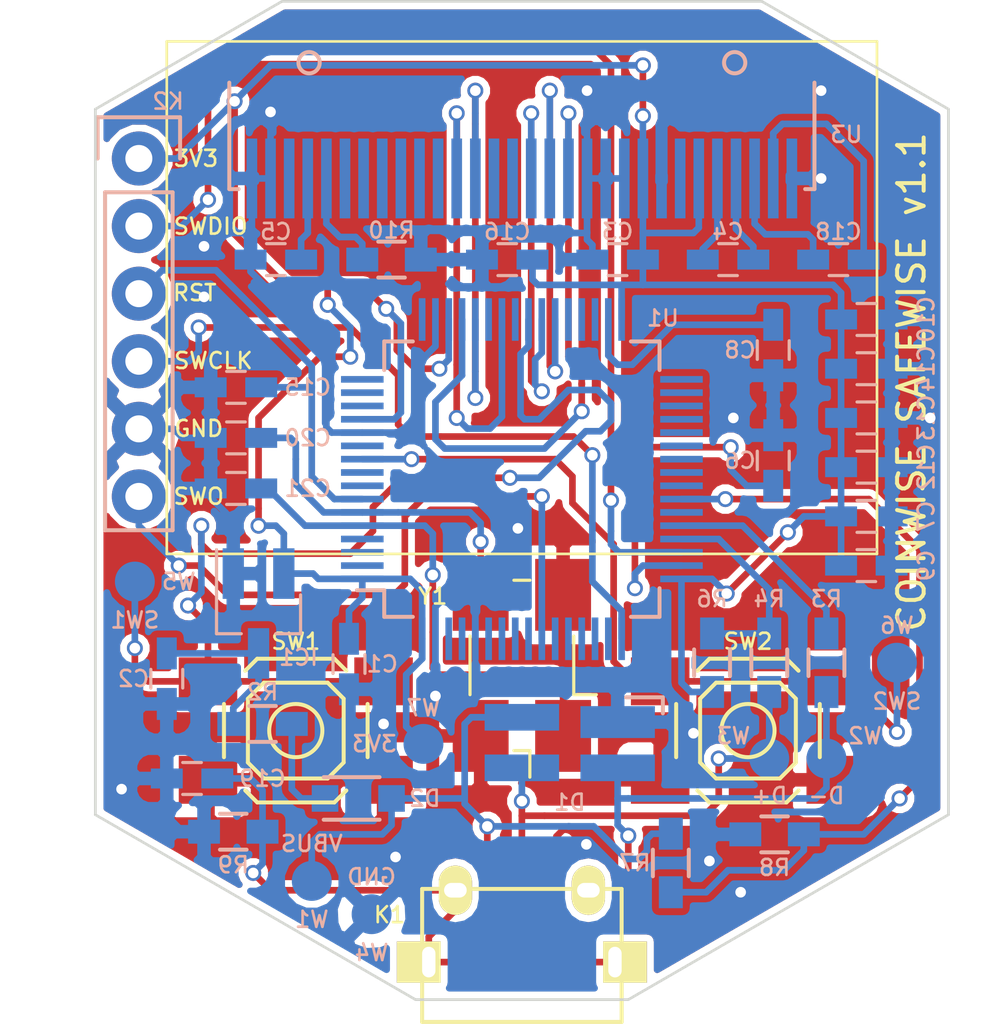
<source format=kicad_pcb>
(kicad_pcb (version 4) (host pcbnew 4.0.5+dfsg1-4~bpo8+1)
  (layers (0 F.Cu signal) (31 B.Cu signal) (34 B.Paste user) (35 F.Paste user) (36 B.SilkS user) (37 F.SilkS user) (38 B.Mask user) (39 F.Mask user) (44 Edge.Cuts user))
  (net 0 "")
  (net 1 +3V3)
  (net 2 GND)
  (net 3 +5V)
  (net 4 "Net-(C4-Pad1)")
  (net 5 "Net-(C4-Pad2)")
  (net 6 "Net-(C5-Pad2)")
  (net 7 "Net-(C6-Pad1)")
  (net 8 "Net-(C8-Pad1)")
  (net 9 RST)
  (net 10 "Net-(C18-Pad1)")
  (net 11 "Net-(C18-Pad2)")
  (net 12 "Net-(C19-Pad1)")
  (net 13 "Net-(C20-Pad1)")
  (net 14 "Net-(C21-Pad1)")
  (net 15 "Net-(D1-Pad2)")
  (net 16 "Net-(D1-Pad3)")
  (net 17 "Net-(D1-Pad4)")
  (net 18 "Net-(D2-Pad1)")
  (net 19 "Net-(K1-Pad4)")
  (net 20 SWDIO)
  (net 21 SWCLK)
  (net 22 SWO)
  (net 23 "Net-(R3-Pad2)")
  (net 24 "Net-(R4-Pad2)")
  (net 25 "Net-(R7-Pad2)")
  (net 26 "Net-(R10-Pad2)")
  (net 27 "Net-(SW1-Pad1)")
  (net 28 "Net-(SW2-Pad1)")
  (net 29 "Net-(U1-Pad2)")
  (net 30 "Net-(U1-Pad3)")
  (net 31 "Net-(U1-Pad4)")
  (net 32 "Net-(U1-Pad8)")
  (net 33 "Net-(U1-Pad9)")
  (net 34 "Net-(U1-Pad11)")
  (net 35 "Net-(U1-Pad14)")
  (net 36 "Net-(U1-Pad15)")
  (net 37 "Net-(U1-Pad16)")
  (net 38 "Net-(U1-Pad17)")
  (net 39 "Net-(U1-Pad20)")
  (net 40 "Net-(U1-Pad21)")
  (net 41 "Net-(U1-Pad22)")
  (net 42 "Net-(U1-Pad23)")
  (net 43 "Net-(U1-Pad24)")
  (net 44 "Net-(U1-Pad26)")
  (net 45 "Net-(U1-Pad27)")
  (net 46 "Net-(U1-Pad28)")
  (net 47 "Net-(U1-Pad29)")
  (net 48 "Net-(U1-Pad30)")
  (net 49 "Net-(U1-Pad33)")
  (net 50 "Net-(U1-Pad34)")
  (net 51 "Net-(U1-Pad35)")
  (net 52 "Net-(U1-Pad36)")
  (net 53 "Net-(U1-Pad37)")
  (net 54 "Net-(U1-Pad38)")
  (net 55 "Net-(U1-Pad39)")
  (net 56 "Net-(U1-Pad40)")
  (net 57 "Net-(U1-Pad41)")
  (net 58 "Net-(U1-Pad43)")
  (net 59 "Net-(U1-Pad50)")
  (net 60 "Net-(U1-Pad51)")
  (net 61 "Net-(U1-Pad52)")
  (net 62 "Net-(U1-Pad53)")
  (net 63 "Net-(U1-Pad54)")
  (net 64 "Net-(U1-Pad56)")
  (net 65 "Net-(U1-Pad57)")
  (net 66 "Net-(U1-Pad58)")
  (net 67 "Net-(U1-Pad59)")
  (net 68 "Net-(U1-Pad61)")
  (net 69 "Net-(U1-Pad62)")
  (net 70 "Net-(U3-Pad7)")
  (net 71 "Net-(U3-Pad16)")
  (net 72 "Net-(U3-Pad17)")
  (net 73 "Net-(U3-Pad20)")
  (net 74 "Net-(U3-Pad21)")
  (net 75 "Net-(U3-Pad22)")
  (net 76 "Net-(U3-Pad23)")
  (net 77 "Net-(U3-Pad24)")
  (net 78 "Net-(U3-Pad25)")
  (net 79 "Net-(U3-Pad28)")
  (module MODULES:UG-2864HSWEG01_handsoldering (layer B.Cu) (at 158.65 95.25 180)
    (fp_text reference U3 (at -2.05 2.55 180) (layer B.SilkS) (effects (font (size 0.6 0.6) (thickness 0.1)) (justify mirror)))
    (fp_text value UG-2864HSWEG01 hide)
    (pad 1 smd rect (at 0 0.9 180) (size 0.4 3) (layers B.Cu B.Paste B.Mask) (net 2 GND))
    (pad 2 smd rect (at 0.7 0.9 180) (size 0.4 3) (layers B.Cu B.Paste B.Mask) (net 10 "Net-(C18-Pad1)"))
    (pad 3 smd rect (at 1.4 0.9 180) (size 0.4 3) (layers B.Cu B.Paste B.Mask) (net 11 "Net-(C18-Pad2)"))
    (pad 4 smd rect (at 2.1 0.9 180) (size 0.4 3) (layers B.Cu B.Paste B.Mask) (net 4 "Net-(C4-Pad1)"))
    (pad 5 smd rect (at 2.8 0.9 180) (size 0.4 3) (layers B.Cu B.Paste B.Mask) (net 5 "Net-(C4-Pad2)"))
    (pad 6 smd rect (at 3.5 0.9 180) (size 0.4 3) (layers B.Cu B.Paste B.Mask) (net 1 +3V3))
    (pad 7 smd rect (at 4.2 0.9 180) (size 0.4 3) (layers B.Cu B.Paste B.Mask) (net 70 "Net-(U3-Pad7)"))
    (pad 8 smd rect (at 4.9 0.9 180) (size 0.4 3) (layers B.Cu B.Paste B.Mask) (net 2 GND))
    (pad 9 smd rect (at 5.6 0.9 180) (size 0.4 3) (layers B.Cu B.Paste B.Mask) (net 1 +3V3))
    (pad 10 smd rect (at 6.3 0.9 180) (size 0.4 3) (layers B.Cu B.Paste B.Mask) (net 2 GND))
    (pad 11 smd rect (at 7 0.9 180) (size 0.4 3) (layers B.Cu B.Paste B.Mask) (net 2 GND))
    (pad 12 smd rect (at 7.7 0.9 180) (size 0.4 3) (layers B.Cu B.Paste B.Mask) (net 2 GND))
    (pad 13 smd rect (at 8.4 0.9 180) (size 0.4 3) (layers B.Cu B.Paste B.Mask) (net 39 "Net-(U1-Pad20)"))
    (pad 14 smd rect (at 9.1 0.9 180) (size 0.4 3) (layers B.Cu B.Paste B.Mask) (net 45 "Net-(U1-Pad27)"))
    (pad 15 smd rect (at 9.8 0.9 180) (size 0.4 3) (layers B.Cu B.Paste B.Mask) (net 44 "Net-(U1-Pad26)"))
    (pad 16 smd rect (at 10.5 0.9 180) (size 0.4 3) (layers B.Cu B.Paste B.Mask) (net 71 "Net-(U3-Pad16)"))
    (pad 17 smd rect (at 11.2 0.9 180) (size 0.4 3) (layers B.Cu B.Paste B.Mask) (net 72 "Net-(U3-Pad17)"))
    (pad 18 smd rect (at 11.9 0.9 180) (size 0.4 3) (layers B.Cu B.Paste B.Mask) (net 40 "Net-(U1-Pad21)"))
    (pad 19 smd rect (at 12.6 0.9 180) (size 0.4 3) (layers B.Cu B.Paste B.Mask) (net 42 "Net-(U1-Pad23)"))
    (pad 20 smd rect (at 13.3 0.9 180) (size 0.4 3) (layers B.Cu B.Paste B.Mask) (net 73 "Net-(U3-Pad20)"))
    (pad 21 smd rect (at 14 0.9 180) (size 0.4 3) (layers B.Cu B.Paste B.Mask) (net 74 "Net-(U3-Pad21)"))
    (pad 22 smd rect (at 14.7 0.9 180) (size 0.4 3) (layers B.Cu B.Paste B.Mask) (net 75 "Net-(U3-Pad22)"))
    (pad 23 smd rect (at 15.4 0.9 180) (size 0.4 3) (layers B.Cu B.Paste B.Mask) (net 76 "Net-(U3-Pad23)"))
    (pad 24 smd rect (at 16.1 0.9 180) (size 0.4 3) (layers B.Cu B.Paste B.Mask) (net 77 "Net-(U3-Pad24)"))
    (pad 25 smd rect (at 16.8 0.9 180) (size 0.4 3) (layers B.Cu B.Paste B.Mask) (net 78 "Net-(U3-Pad25)"))
    (pad 26 smd rect (at 17.5 0.9 180) (size 0.4 3) (layers B.Cu B.Paste B.Mask) (net 26 "Net-(R10-Pad2)"))
    (pad 27 smd rect (at 18.2 0.9 180) (size 0.4 3) (layers B.Cu B.Paste B.Mask) (net 6 "Net-(C5-Pad2)"))
    (pad 28 smd rect (at 18.9 0.9 180) (size 0.4 3) (layers B.Cu B.Paste B.Mask) (net 79 "Net-(U3-Pad28)"))
    (pad 29 smd rect (at 19.6 0.9 180) (size 0.4 3) (layers B.Cu B.Paste B.Mask) (net 2 GND))
    (pad 30 smd rect (at 20.3 0.9 180) (size 0.4 3) (layers B.Cu B.Paste B.Mask) (net 2 GND))
  )
  (module Capacitors_SMD:C_0603_HandSoldering (layer B.Cu) (at 142 112.6 270)
    (fp_text reference C1 (at 0 -1.25 360) (layer B.SilkS) (effects (font (size 0.6 0.6) (thickness 0.1)) (justify mirror)))
    (fp_text value 1u)
    (pad 1 smd rect (at -0.95 0 270) (size 1.2 0.75) (layers B.Cu B.Paste B.Mask) (net 1 +3V3))
    (pad 2 smd rect (at 0.95 0 270) (size 1.2 0.75) (layers B.Cu B.Paste B.Mask) (net 2 GND))
  )
  (module Capacitors_SMD:C_0603_HandSoldering (layer B.Cu) (at 135.15 113.15 270)
    (fp_text reference C2 (at 0 1.25 360) (layer B.SilkS) (effects (font (size 0.6 0.6) (thickness 0.1)) (justify mirror)))
    (fp_text value 1u)
    (pad 1 smd rect (at -0.95 0 270) (size 1.2 0.75) (layers B.Cu B.Paste B.Mask) (net 3 +5V))
    (pad 2 smd rect (at 0.95 0 270) (size 1.2 0.75) (layers B.Cu B.Paste B.Mask) (net 2 GND))
  )
  (module Capacitors_SMD:C_0603_HandSoldering (layer B.Cu) (at 152.1 97.4 180)
    (fp_text reference C3 (at 0 1.05 180) (layer B.SilkS) (effects (font (size 0.6 0.6) (thickness 0.1)) (justify mirror)))
    (fp_text value 1u)
    (pad 1 smd rect (at -0.95 0 180) (size 1.2 0.75) (layers B.Cu B.Paste B.Mask) (net 1 +3V3))
    (pad 2 smd rect (at 0.95 0 180) (size 1.2 0.75) (layers B.Cu B.Paste B.Mask) (net 2 GND))
  )
  (module Capacitors_SMD:C_0603_HandSoldering (layer B.Cu) (at 156.25 97.4 180)
    (fp_text reference C4 (at 0 1.05 180) (layer B.SilkS) (effects (font (size 0.6 0.6) (thickness 0.1)) (justify mirror)))
    (fp_text value 1u)
    (pad 1 smd rect (at -0.95 0 180) (size 1.2 0.75) (layers B.Cu B.Paste B.Mask) (net 4 "Net-(C4-Pad1)"))
    (pad 2 smd rect (at 0.95 0 180) (size 1.2 0.75) (layers B.Cu B.Paste B.Mask) (net 5 "Net-(C4-Pad2)"))
  )
  (module Capacitors_SMD:C_0603_HandSoldering (layer B.Cu) (at 139.25 97.4)
    (fp_text reference C5 (at 0 -1.05) (layer B.SilkS) (effects (font (size 0.6 0.6) (thickness 0.1)) (justify mirror)))
    (fp_text value 2u2)
    (pad 1 smd rect (at -0.95 0) (size 1.2 0.75) (layers B.Cu B.Paste B.Mask) (net 2 GND))
    (pad 2 smd rect (at 0.95 0) (size 1.2 0.75) (layers B.Cu B.Paste B.Mask) (net 6 "Net-(C5-Pad2)"))
  )
  (module Capacitors_SMD:C_0603_HandSoldering (layer B.Cu) (at 157.95 104.95 90)
    (fp_text reference C6 (at 0 -1.25 180) (layer B.SilkS) (effects (font (size 0.6 0.6) (thickness 0.1)) (justify mirror)))
    (fp_text value 2u2)
    (pad 1 smd rect (at -0.95 0 90) (size 1.2 0.75) (layers B.Cu B.Paste B.Mask) (net 7 "Net-(C6-Pad1)"))
    (pad 2 smd rect (at 0.95 0 90) (size 1.2 0.75) (layers B.Cu B.Paste B.Mask) (net 2 GND))
  )
  (module Capacitors_SMD:C_0603_HandSoldering (layer B.Cu) (at 161.45 107.05)
    (fp_text reference C7 (at 2.25 0 90) (layer B.SilkS) (effects (font (size 0.6 0.6) (thickness 0.1)) (justify mirror)))
    (fp_text value 100n)
    (pad 1 smd rect (at -0.95 0) (size 1.2 0.75) (layers B.Cu B.Paste B.Mask) (net 1 +3V3))
    (pad 2 smd rect (at 0.95 0) (size 1.2 0.75) (layers B.Cu B.Paste B.Mask) (net 2 GND))
  )
  (module Capacitors_SMD:C_0603_HandSoldering (layer B.Cu) (at 157.95 100.8 270)
    (fp_text reference C8 (at 0 1.25 360) (layer B.SilkS) (effects (font (size 0.6 0.6) (thickness 0.1)) (justify mirror)))
    (fp_text value 2u2)
    (pad 1 smd rect (at -0.95 0 270) (size 1.2 0.75) (layers B.Cu B.Paste B.Mask) (net 8 "Net-(C8-Pad1)"))
    (pad 2 smd rect (at 0.95 0 270) (size 1.2 0.75) (layers B.Cu B.Paste B.Mask) (net 2 GND))
  )
  (module Capacitors_SMD:C_0603_HandSoldering (layer B.Cu) (at 161.45 108.9)
    (fp_text reference C9 (at 2.25 0 90) (layer B.SilkS) (effects (font (size 0.6 0.6) (thickness 0.1)) (justify mirror)))
    (fp_text value 100n)
    (pad 1 smd rect (at -0.95 0) (size 1.2 0.75) (layers B.Cu B.Paste B.Mask) (net 1 +3V3))
    (pad 2 smd rect (at 0.95 0) (size 1.2 0.75) (layers B.Cu B.Paste B.Mask) (net 2 GND))
  )
  (module Capacitors_SMD:C_0603_HandSoldering (layer B.Cu) (at 161.45 99.65)
    (fp_text reference C10 (at 2.25 0 90) (layer B.SilkS) (effects (font (size 0.6 0.6) (thickness 0.1)) (justify mirror)))
    (fp_text value 4u7)
    (pad 1 smd rect (at -0.95 0) (size 1.2 0.75) (layers B.Cu B.Paste B.Mask) (net 1 +3V3))
    (pad 2 smd rect (at 0.95 0) (size 1.2 0.75) (layers B.Cu B.Paste B.Mask) (net 2 GND))
  )
  (module Capacitors_SMD:C_0603_HandSoldering (layer B.Cu) (at 161.45 105.2)
    (fp_text reference C12 (at 2.25 0 90) (layer B.SilkS) (effects (font (size 0.6 0.6) (thickness 0.1)) (justify mirror)))
    (fp_text value 100n)
    (pad 1 smd rect (at -0.95 0) (size 1.2 0.75) (layers B.Cu B.Paste B.Mask) (net 1 +3V3))
    (pad 2 smd rect (at 0.95 0) (size 1.2 0.75) (layers B.Cu B.Paste B.Mask) (net 2 GND))
  )
  (module Capacitors_SMD:C_0603_HandSoldering (layer B.Cu) (at 161.45 103.35)
    (fp_text reference C13 (at 2.25 0 90) (layer B.SilkS) (effects (font (size 0.6 0.6) (thickness 0.1)) (justify mirror)))
    (fp_text value 100n)
    (pad 1 smd rect (at -0.95 0) (size 1.2 0.75) (layers B.Cu B.Paste B.Mask) (net 1 +3V3))
    (pad 2 smd rect (at 0.95 0) (size 1.2 0.75) (layers B.Cu B.Paste B.Mask) (net 2 GND))
  )
  (module Capacitors_SMD:C_0603_HandSoldering (layer B.Cu) (at 161.45 101.5)
    (fp_text reference C14 (at 2.25 0 90) (layer B.SilkS) (effects (font (size 0.6 0.6) (thickness 0.1)) (justify mirror)))
    (fp_text value 100n)
    (pad 1 smd rect (at -0.95 0) (size 1.2 0.75) (layers B.Cu B.Paste B.Mask) (net 1 +3V3))
    (pad 2 smd rect (at 0.95 0) (size 1.2 0.75) (layers B.Cu B.Paste B.Mask) (net 2 GND))
  )
  (module Capacitors_SMD:C_0603_HandSoldering (layer B.Cu) (at 137.75 102.2 180)
    (fp_text reference C15 (at -2.7 0 180) (layer B.SilkS) (effects (font (size 0.6 0.6) (thickness 0.1)) (justify mirror)))
    (fp_text value 100n)
    (pad 1 smd rect (at -0.95 0 180) (size 1.2 0.75) (layers B.Cu B.Paste B.Mask) (net 9 RST))
    (pad 2 smd rect (at 0.95 0 180) (size 1.2 0.75) (layers B.Cu B.Paste B.Mask) (net 2 GND))
  )
  (module Capacitors_SMD:C_0603_HandSoldering (layer B.Cu) (at 147.95 97.4 180)
    (fp_text reference C16 (at 0 1.05 180) (layer B.SilkS) (effects (font (size 0.6 0.6) (thickness 0.1)) (justify mirror)))
    (fp_text value 100n)
    (pad 1 smd rect (at -0.95 0 180) (size 1.2 0.75) (layers B.Cu B.Paste B.Mask) (net 1 +3V3))
    (pad 2 smd rect (at 0.95 0 180) (size 1.2 0.75) (layers B.Cu B.Paste B.Mask) (net 2 GND))
  )
  (module Capacitors_SMD:C_0603_HandSoldering (layer B.Cu) (at 160.4 97.4 180)
    (fp_text reference C18 (at 0 1.05 180) (layer B.SilkS) (effects (font (size 0.6 0.6) (thickness 0.1)) (justify mirror)))
    (fp_text value 1u)
    (pad 1 smd rect (at -0.95 0 180) (size 1.2 0.75) (layers B.Cu B.Paste B.Mask) (net 10 "Net-(C18-Pad1)"))
    (pad 2 smd rect (at 0.95 0 180) (size 1.2 0.75) (layers B.Cu B.Paste B.Mask) (net 11 "Net-(C18-Pad2)"))
  )
  (module Capacitors_SMD:C_0603_HandSoldering (layer B.Cu) (at 136.1 116.9 180)
    (fp_text reference C19 (at -2.65 0 180) (layer B.SilkS) (effects (font (size 0.6 0.6) (thickness 0.1)) (justify mirror)))
    (fp_text value 1n/200V)
    (pad 1 smd rect (at -0.95 0 180) (size 1.2 0.75) (layers B.Cu B.Paste B.Mask) (net 12 "Net-(C19-Pad1)"))
    (pad 2 smd rect (at 0.95 0 180) (size 1.2 0.75) (layers B.Cu B.Paste B.Mask) (net 2 GND))
  )
  (module Capacitors_SMD:C_0603_HandSoldering (layer B.Cu) (at 137.75 104.1 180)
    (fp_text reference C20 (at -2.7 0 180) (layer B.SilkS) (effects (font (size 0.6 0.6) (thickness 0.1)) (justify mirror)))
    (fp_text value 22p)
    (pad 1 smd rect (at -0.95 0 180) (size 1.2 0.75) (layers B.Cu B.Paste B.Mask) (net 13 "Net-(C20-Pad1)"))
    (pad 2 smd rect (at 0.95 0 180) (size 1.2 0.75) (layers B.Cu B.Paste B.Mask) (net 2 GND))
  )
  (module Capacitors_SMD:C_0603_HandSoldering (layer B.Cu) (at 137.75 106 180)
    (fp_text reference C21 (at -2.7 0 180) (layer B.SilkS) (effects (font (size 0.6 0.6) (thickness 0.1)) (justify mirror)))
    (fp_text value 22p)
    (pad 1 smd rect (at -0.95 0 180) (size 1.2 0.75) (layers B.Cu B.Paste B.Mask) (net 14 "Net-(C21-Pad1)"))
    (pad 2 smd rect (at 0.95 0 180) (size 1.2 0.75) (layers B.Cu B.Paste B.Mask) (net 2 GND))
  )
  (module TO_SOT_Packages_SMD:SOT-143_Handsoldering (layer B.Cu) (at 150.3 115.55 270)
    (fp_text reference D1 (at 2.25 0 360) (layer B.SilkS) (effects (font (size 0.6 0.6) (thickness 0.1)) (justify mirror)))
    (fp_text value PRTR5V0U2X,215)
    (pad 1 smd rect (at -0.76962 -1.80086 270) (size 1.19888 2.79908) (layers B.Cu B.Paste B.Mask) (net 2 GND))
    (pad 2 smd rect (at 0.94996 -1.80086 270) (size 1.00076 2.79908) (layers B.Cu B.Paste B.Mask) (net 15 "Net-(D1-Pad2)"))
    (pad 3 smd rect (at 0.94996 1.80086 270) (size 1.00076 2.79908) (layers B.Cu B.Paste B.Mask) (net 16 "Net-(D1-Pad3)"))
    (pad 4 smd trapezoid (at -0.94996 1.80086 270) (size 1.00076 2.79908) (layers B.Cu B.Paste B.Mask) (net 17 "Net-(D1-Pad4)"))
  )
  (module Diodes_SMD:SOD-323_HandSoldering (layer B.Cu) (at 142.35 117.65)
    (fp_text reference D2 (at 2.5 0) (layer B.SilkS) (effects (font (size 0.6 0.6) (thickness 0.1)) (justify mirror)))
    (fp_text value BAT60BWS)
    (pad 1 smd rect (at -1.25 0) (size 1 1) (layers B.Cu B.Paste B.Mask) (net 18 "Net-(D2-Pad1)"))
    (pad 2 smd rect (at 1.25 0) (size 1 1) (layers B.Cu B.Paste B.Mask) (net 17 "Net-(D1-Pad4)"))
  )
  (module TO_SOT_Packages_SMD:SOT-23_Handsoldering (layer B.Cu) (at 138.6 110.7 270)
    (fp_text reference IC1 (at 1.65 -1.5 360) (layer B.SilkS) (effects (font (size 0.6 0.6) (thickness 0.1)) (justify mirror)))
    (fp_text value MCP1700T-3002E/TT)
    (pad 1 smd rect (at -1.5 0.95 270) (size 1.9 0.8) (layers B.Cu B.Paste B.Mask) (net 2 GND))
    (pad 2 smd rect (at -1.5 -0.95 270) (size 1.9 0.8) (layers B.Cu B.Paste B.Mask) (net 1 +3V3))
    (pad 3 smd rect (at 1.5 0 270) (size 1.9 0.8) (layers B.Cu B.Paste B.Mask) (net 3 +5V))
  )
  (module Resistors_SMD:R_0603_HandSoldering (layer B.Cu) (at 138.75 114.85 180)
    (fp_text reference R2 (at 0 1.2 180) (layer B.SilkS) (effects (font (size 0.6 0.6) (thickness 0.1)) (justify mirror)))
    (fp_text value MF-FSMF020X-2)
    (pad 1 smd rect (at -1.1 0 180) (size 1.2 0.9) (layers B.Cu B.Paste B.Mask) (net 18 "Net-(D2-Pad1)"))
    (pad 2 smd rect (at 1.1 0 180) (size 1.2 0.9) (layers B.Cu B.Paste B.Mask) (net 3 +5V))
  )
  (module Resistors_SMD:R_0603_HandSoldering (layer B.Cu) (at 159.95 112.55 90)
    (fp_text reference R3 (at 2.4 0 180) (layer B.SilkS) (effects (font (size 0.6 0.6) (thickness 0.1)) (justify mirror)))
    (fp_text value 22R)
    (pad 1 smd rect (at -1.1 0 90) (size 1.2 0.9) (layers B.Cu B.Paste B.Mask) (net 15 "Net-(D1-Pad2)"))
    (pad 2 smd rect (at 1.1 0 90) (size 1.2 0.9) (layers B.Cu B.Paste B.Mask) (net 23 "Net-(R3-Pad2)"))
  )
  (module Resistors_SMD:R_0603_HandSoldering (layer B.Cu) (at 157.8 112.55 90)
    (fp_text reference R4 (at 2.4 0 180) (layer B.SilkS) (effects (font (size 0.6 0.6) (thickness 0.1)) (justify mirror)))
    (fp_text value 22R)
    (pad 1 smd rect (at -1.1 0 90) (size 1.2 0.9) (layers B.Cu B.Paste B.Mask) (net 16 "Net-(D1-Pad3)"))
    (pad 2 smd rect (at 1.1 0 90) (size 1.2 0.9) (layers B.Cu B.Paste B.Mask) (net 24 "Net-(R4-Pad2)"))
  )
  (module Resistors_SMD:R_0603_HandSoldering (layer B.Cu) (at 155.65 112.55 90)
    (fp_text reference R6 (at 2.4 0 180) (layer B.SilkS) (effects (font (size 0.6 0.6) (thickness 0.1)) (justify mirror)))
    (fp_text value 1k5)
    (pad 1 smd rect (at -1.1 0 90) (size 1.2 0.9) (layers B.Cu B.Paste B.Mask) (net 1 +3V3))
    (pad 2 smd rect (at 1.1 0 90) (size 1.2 0.9) (layers B.Cu B.Paste B.Mask) (net 24 "Net-(R4-Pad2)"))
  )
  (module Resistors_SMD:R_0603_HandSoldering (layer B.Cu) (at 154.1 120.075 270)
    (fp_text reference R7 (at 0 1.35 360) (layer B.SilkS) (effects (font (size 0.6 0.6) (thickness 0.1)) (justify mirror)))
    (fp_text value 12k)
    (pad 1 smd rect (at -1.1 0 270) (size 1.2 0.9) (layers B.Cu B.Paste B.Mask) (net 17 "Net-(D1-Pad4)"))
    (pad 2 smd rect (at 1.1 0 270) (size 1.2 0.9) (layers B.Cu B.Paste B.Mask) (net 25 "Net-(R7-Pad2)"))
  )
  (module Resistors_SMD:R_0603_HandSoldering (layer B.Cu) (at 158 119 180)
    (fp_text reference R8 (at 0 -1.25 180) (layer B.SilkS) (effects (font (size 0.6 0.6) (thickness 0.1)) (justify mirror)))
    (fp_text value 22k)
    (pad 1 smd rect (at -1.1 0 180) (size 1.2 0.9) (layers B.Cu B.Paste B.Mask) (net 25 "Net-(R7-Pad2)"))
    (pad 2 smd rect (at 1.1 0 180) (size 1.2 0.9) (layers B.Cu B.Paste B.Mask) (net 2 GND))
  )
  (module Resistors_SMD:R_0603_HandSoldering (layer B.Cu) (at 137.65 118.9 180)
    (fp_text reference R9 (at 0 -1.25 180) (layer B.SilkS) (effects (font (size 0.6 0.6) (thickness 0.1)) (justify mirror)))
    (fp_text value 1M)
    (pad 1 smd rect (at -1.1 0 180) (size 1.2 0.9) (layers B.Cu B.Paste B.Mask) (net 12 "Net-(C19-Pad1)"))
    (pad 2 smd rect (at 1.1 0 180) (size 1.2 0.9) (layers B.Cu B.Paste B.Mask) (net 2 GND))
  )
  (module Resistors_SMD:R_0603_HandSoldering (layer B.Cu) (at 143.6 97.4 180)
    (fp_text reference R10 (at 0 1.1 180) (layer B.SilkS) (effects (font (size 0.6 0.6) (thickness 0.1)) (justify mirror)))
    (fp_text value 390k)
    (pad 1 smd rect (at -1.1 0 180) (size 1.2 0.9) (layers B.Cu B.Paste B.Mask) (net 2 GND))
    (pad 2 smd rect (at 1.1 0 180) (size 1.2 0.9) (layers B.Cu B.Paste B.Mask) (net 26 "Net-(R10-Pad2)"))
  )
  (module Buttons_Switches_SMD:SW_SPST_SKQG_handsoldering (layer F.Cu) (at 140 115.1)
    (fp_text reference SW1 (at 0 -3.35) (layer F.SilkS) (effects (font (size 0.6 0.6) (thickness 0.1))))
    (fp_text value SW_DIP_x01)
    (pad 1 smd rect (at -3.3 -1.85) (size 2.2 1.8) (layers F.Cu F.Paste F.Mask) (net 27 "Net-(SW1-Pad1)"))
    (pad 1 smd rect (at 3.3 -1.85) (size 2.2 1.8) (layers F.Cu F.Paste F.Mask) (net 27 "Net-(SW1-Pad1)"))
    (pad 2 smd rect (at -3.3 1.85) (size 2.2 1.8) (layers F.Cu F.Paste F.Mask) (net 2 GND))
    (pad 2 smd rect (at 3.3 1.85) (size 2.2 1.8) (layers F.Cu F.Paste F.Mask) (net 2 GND))
  )
  (module Buttons_Switches_SMD:SW_SPST_SKQG_handsoldering (layer F.Cu) (at 157 115.1)
    (fp_text reference SW2 (at 0 -3.35) (layer F.SilkS) (effects (font (size 0.6 0.6) (thickness 0.1))))
    (fp_text value SW_DIP_x01)
    (pad 1 smd rect (at -3.3 -1.85) (size 2.2 1.8) (layers F.Cu F.Paste F.Mask) (net 28 "Net-(SW2-Pad1)"))
    (pad 1 smd rect (at 3.3 -1.85) (size 2.2 1.8) (layers F.Cu F.Paste F.Mask) (net 28 "Net-(SW2-Pad1)"))
    (pad 2 smd rect (at -3.3 1.85) (size 2.2 1.8) (layers F.Cu F.Paste F.Mask) (net 2 GND))
    (pad 2 smd rect (at 3.3 1.85) (size 2.2 1.8) (layers F.Cu F.Paste F.Mask) (net 2 GND))
  )
  (module Housings_QFP:LQFP-64_10x10mm_Pitch0.5mm_handsoldering (layer B.Cu) (at 148.5 105.65)
    (fp_text reference U1 (at 5.3 -6.05) (layer B.SilkS) (effects (font (size 0.6 0.6) (thickness 0.1)) (justify mirror)))
    (fp_text value STM32F205RETx)
    (pad 1 smd rect (at -6 3.75) (size 1.6 0.25) (layers B.Cu B.Paste B.Mask) (net 1 +3V3))
    (pad 2 smd rect (at -6 3.25) (size 1.6 0.25) (layers B.Cu B.Paste B.Mask) (net 29 "Net-(U1-Pad2)"))
    (pad 3 smd rect (at -6 2.75) (size 1.6 0.25) (layers B.Cu B.Paste B.Mask) (net 30 "Net-(U1-Pad3)"))
    (pad 4 smd rect (at -6 2.25) (size 1.6 0.25) (layers B.Cu B.Paste B.Mask) (net 31 "Net-(U1-Pad4)"))
    (pad 5 smd rect (at -6 1.75) (size 1.6 0.25) (layers B.Cu B.Paste B.Mask) (net 14 "Net-(C21-Pad1)"))
    (pad 6 smd rect (at -6 1.25) (size 1.6 0.25) (layers B.Cu B.Paste B.Mask) (net 13 "Net-(C20-Pad1)"))
    (pad 7 smd rect (at -6 0.75) (size 1.6 0.25) (layers B.Cu B.Paste B.Mask) (net 9 RST))
    (pad 8 smd rect (at -6 0.25) (size 1.6 0.25) (layers B.Cu B.Paste B.Mask) (net 32 "Net-(U1-Pad8)"))
    (pad 9 smd rect (at -6 -0.25) (size 1.6 0.25) (layers B.Cu B.Paste B.Mask) (net 33 "Net-(U1-Pad9)"))
    (pad 10 smd rect (at -6 -0.75) (size 1.6 0.25) (layers B.Cu B.Paste B.Mask) (net 28 "Net-(SW2-Pad1)"))
    (pad 11 smd rect (at -6 -1.25) (size 1.6 0.25) (layers B.Cu B.Paste B.Mask) (net 34 "Net-(U1-Pad11)"))
    (pad 12 smd rect (at -6 -1.75) (size 1.6 0.25) (layers B.Cu B.Paste B.Mask) (net 2 GND))
    (pad 13 smd rect (at -6 -2.25) (size 1.6 0.25) (layers B.Cu B.Paste B.Mask) (net 1 +3V3))
    (pad 14 smd rect (at -6 -2.75) (size 1.6 0.25) (layers B.Cu B.Paste B.Mask) (net 35 "Net-(U1-Pad14)"))
    (pad 15 smd rect (at -6 -3.25) (size 1.6 0.25) (layers B.Cu B.Paste B.Mask) (net 36 "Net-(U1-Pad15)"))
    (pad 16 smd rect (at -6 -3.75) (size 1.6 0.25) (layers B.Cu B.Paste B.Mask) (net 37 "Net-(U1-Pad16)"))
    (pad 17 smd rect (at -3.75 -6 270) (size 1.6 0.25) (layers B.Cu B.Paste B.Mask) (net 38 "Net-(U1-Pad17)"))
    (pad 18 smd rect (at -3.25 -6 270) (size 1.6 0.25) (layers B.Cu B.Paste B.Mask) (net 2 GND))
    (pad 19 smd rect (at -2.75 -6 270) (size 1.6 0.25) (layers B.Cu B.Paste B.Mask) (net 1 +3V3))
    (pad 20 smd rect (at -2.25 -6 270) (size 1.6 0.25) (layers B.Cu B.Paste B.Mask) (net 39 "Net-(U1-Pad20)"))
    (pad 21 smd rect (at -1.75 -6 270) (size 1.6 0.25) (layers B.Cu B.Paste B.Mask) (net 40 "Net-(U1-Pad21)"))
    (pad 22 smd rect (at -1.25 -6 270) (size 1.6 0.25) (layers B.Cu B.Paste B.Mask) (net 41 "Net-(U1-Pad22)"))
    (pad 23 smd rect (at -0.75 -6 270) (size 1.6 0.25) (layers B.Cu B.Paste B.Mask) (net 42 "Net-(U1-Pad23)"))
    (pad 24 smd rect (at -0.25 -6 270) (size 1.6 0.25) (layers B.Cu B.Paste B.Mask) (net 43 "Net-(U1-Pad24)"))
    (pad 25 smd rect (at 0.25 -6 270) (size 1.6 0.25) (layers B.Cu B.Paste B.Mask) (net 27 "Net-(SW1-Pad1)"))
    (pad 26 smd rect (at 0.75 -6 270) (size 1.6 0.25) (layers B.Cu B.Paste B.Mask) (net 44 "Net-(U1-Pad26)"))
    (pad 27 smd rect (at 1.25 -6 270) (size 1.6 0.25) (layers B.Cu B.Paste B.Mask) (net 45 "Net-(U1-Pad27)"))
    (pad 28 smd rect (at 1.75 -6 270) (size 1.6 0.25) (layers B.Cu B.Paste B.Mask) (net 46 "Net-(U1-Pad28)"))
    (pad 29 smd rect (at 2.25 -6 270) (size 1.6 0.25) (layers B.Cu B.Paste B.Mask) (net 47 "Net-(U1-Pad29)"))
    (pad 30 smd rect (at 2.75 -6 270) (size 1.6 0.25) (layers B.Cu B.Paste B.Mask) (net 48 "Net-(U1-Pad30)"))
    (pad 31 smd rect (at 3.25 -6 270) (size 1.6 0.25) (layers B.Cu B.Paste B.Mask) (net 8 "Net-(C8-Pad1)"))
    (pad 32 smd rect (at 3.75 -6 270) (size 1.6 0.25) (layers B.Cu B.Paste B.Mask) (net 1 +3V3))
    (pad 33 smd rect (at 6 -3.75) (size 1.6 0.25) (layers B.Cu B.Paste B.Mask) (net 49 "Net-(U1-Pad33)"))
    (pad 34 smd rect (at 6 -3.25) (size 1.6 0.25) (layers B.Cu B.Paste B.Mask) (net 50 "Net-(U1-Pad34)"))
    (pad 35 smd rect (at 6 -2.75) (size 1.6 0.25) (layers B.Cu B.Paste B.Mask) (net 51 "Net-(U1-Pad35)"))
    (pad 36 smd rect (at 6 -2.25) (size 1.6 0.25) (layers B.Cu B.Paste B.Mask) (net 52 "Net-(U1-Pad36)"))
    (pad 37 smd rect (at 6 -1.75) (size 1.6 0.25) (layers B.Cu B.Paste B.Mask) (net 53 "Net-(U1-Pad37)"))
    (pad 38 smd rect (at 6 -1.25) (size 1.6 0.25) (layers B.Cu B.Paste B.Mask) (net 54 "Net-(U1-Pad38)"))
    (pad 39 smd rect (at 6 -0.75) (size 1.6 0.25) (layers B.Cu B.Paste B.Mask) (net 55 "Net-(U1-Pad39)"))
    (pad 40 smd rect (at 6 -0.25) (size 1.6 0.25) (layers B.Cu B.Paste B.Mask) (net 56 "Net-(U1-Pad40)"))
    (pad 41 smd rect (at 6 0.25) (size 1.6 0.25) (layers B.Cu B.Paste B.Mask) (net 57 "Net-(U1-Pad41)"))
    (pad 42 smd rect (at 6 0.75) (size 1.6 0.25) (layers B.Cu B.Paste B.Mask) (net 25 "Net-(R7-Pad2)"))
    (pad 43 smd rect (at 6 1.25) (size 1.6 0.25) (layers B.Cu B.Paste B.Mask) (net 58 "Net-(U1-Pad43)"))
    (pad 44 smd rect (at 6 1.75) (size 1.6 0.25) (layers B.Cu B.Paste B.Mask) (net 23 "Net-(R3-Pad2)"))
    (pad 45 smd rect (at 6 2.25) (size 1.6 0.25) (layers B.Cu B.Paste B.Mask) (net 24 "Net-(R4-Pad2)"))
    (pad 46 smd rect (at 6 2.75) (size 1.6 0.25) (layers B.Cu B.Paste B.Mask) (net 20 SWDIO))
    (pad 47 smd rect (at 6 3.25) (size 1.6 0.25) (layers B.Cu B.Paste B.Mask) (net 7 "Net-(C6-Pad1)"))
    (pad 48 smd rect (at 6 3.75) (size 1.6 0.25) (layers B.Cu B.Paste B.Mask) (net 1 +3V3))
    (pad 49 smd rect (at 3.75 6 270) (size 1.6 0.25) (layers B.Cu B.Paste B.Mask) (net 21 SWCLK))
    (pad 50 smd rect (at 3.25 6 270) (size 1.6 0.25) (layers B.Cu B.Paste B.Mask) (net 59 "Net-(U1-Pad50)"))
    (pad 51 smd rect (at 2.75 6 270) (size 1.6 0.25) (layers B.Cu B.Paste B.Mask) (net 60 "Net-(U1-Pad51)"))
    (pad 52 smd rect (at 2.25 6 270) (size 1.6 0.25) (layers B.Cu B.Paste B.Mask) (net 61 "Net-(U1-Pad52)"))
    (pad 53 smd rect (at 1.75 6 270) (size 1.6 0.25) (layers B.Cu B.Paste B.Mask) (net 62 "Net-(U1-Pad53)"))
    (pad 54 smd rect (at 1.25 6 270) (size 1.6 0.25) (layers B.Cu B.Paste B.Mask) (net 63 "Net-(U1-Pad54)"))
    (pad 55 smd rect (at 0.75 6 270) (size 1.6 0.25) (layers B.Cu B.Paste B.Mask) (net 22 SWO))
    (pad 56 smd rect (at 0.25 6 270) (size 1.6 0.25) (layers B.Cu B.Paste B.Mask) (net 64 "Net-(U1-Pad56)"))
    (pad 57 smd rect (at -0.25 6 270) (size 1.6 0.25) (layers B.Cu B.Paste B.Mask) (net 65 "Net-(U1-Pad57)"))
    (pad 58 smd rect (at -0.75 6 270) (size 1.6 0.25) (layers B.Cu B.Paste B.Mask) (net 66 "Net-(U1-Pad58)"))
    (pad 59 smd rect (at -1.25 6 270) (size 1.6 0.25) (layers B.Cu B.Paste B.Mask) (net 67 "Net-(U1-Pad59)"))
    (pad 60 smd rect (at -1.75 6 270) (size 1.6 0.25) (layers B.Cu B.Paste B.Mask) (net 2 GND))
    (pad 61 smd rect (at -2.25 6 270) (size 1.6 0.25) (layers B.Cu B.Paste B.Mask) (net 68 "Net-(U1-Pad61)"))
    (pad 62 smd rect (at -2.75 6 270) (size 1.6 0.25) (layers B.Cu B.Paste B.Mask) (net 69 "Net-(U1-Pad62)"))
    (pad 63 smd rect (at -3.25 6 270) (size 1.6 0.25) (layers B.Cu B.Paste B.Mask) (net 2 GND))
    (pad 64 smd rect (at -3.75 6 270) (size 1.6 0.25) (layers B.Cu B.Paste B.Mask) (net 1 +3V3))
  )
  (module Measurement_Points:Measurement_Point_Round-SMD-Pad_Small (layer B.Cu) (at 140.6 120.75)
    (fp_text reference W1 (at 0 1.45) (layer B.SilkS) (effects (font (size 0.6 0.6) (thickness 0.1)) (justify mirror)))
    (fp_text value TEST_1P)
    (pad 1 smd circle (at 0 0) (size 1.5 1.5) (layers B.Cu B.Mask) (net 17 "Net-(D1-Pad4)"))
  )
  (module Measurement_Points:Measurement_Point_Round-SMD-Pad_Small (layer B.Cu) (at 159.95 116.15)
    (fp_text reference W2 (at 1.45 -0.85) (layer B.SilkS) (effects (font (size 0.6 0.6) (thickness 0.1)) (justify mirror)))
    (fp_text value TEST_1P)
    (pad 1 smd circle (at 0 0) (size 1.5 1.5) (layers B.Cu B.Mask) (net 15 "Net-(D1-Pad2)"))
  )
  (module Measurement_Points:Measurement_Point_Round-SMD-Pad_Small (layer B.Cu) (at 157.8 116.15)
    (fp_text reference W3 (at -1.35 -0.85) (layer B.SilkS) (effects (font (size 0.6 0.6) (thickness 0.1)) (justify mirror)))
    (fp_text value TEST_1P)
    (pad 1 smd circle (at 0 0) (size 1.5 1.5) (layers B.Cu B.Mask) (net 16 "Net-(D1-Pad3)"))
  )
  (module Measurement_Points:Measurement_Point_Round-SMD-Pad_Small (layer B.Cu) (at 142.85 122)
    (fp_text reference W4 (at 0 1.45) (layer B.SilkS) (effects (font (size 0.6 0.6) (thickness 0.1)) (justify mirror)))
    (fp_text value TEST_1P)
    (pad 1 smd circle (at 0 0) (size 1.5 1.5) (layers B.Cu B.Mask) (net 2 GND))
  )
  (module Measurement_Points:Measurement_Point_Round-SMD-Pad_Small (layer B.Cu) (at 133.95 109.5)
    (fp_text reference W5 (at 1.65 0) (layer B.SilkS) (effects (font (size 0.6 0.6) (thickness 0.1)) (justify mirror)))
    (fp_text value TEST_1P)
    (pad 1 smd circle (at 0 0) (size 1.5 1.5) (layers B.Cu B.Mask) (net 27 "Net-(SW1-Pad1)"))
  )
  (module Measurement_Points:Measurement_Point_Round-SMD-Pad_Small (layer B.Cu) (at 162.6 112.55)
    (fp_text reference W6 (at 0 -1.4) (layer B.SilkS) (effects (font (size 0.6 0.6) (thickness 0.1)) (justify mirror)))
    (fp_text value TEST_1P)
    (pad 1 smd circle (at 0 0) (size 1.5 1.5) (layers B.Cu B.Mask) (net 28 "Net-(SW2-Pad1)"))
  )
  (module Measurement_Points:Measurement_Point_Round-SMD-Pad_Small (layer B.Cu) (at 144.8 115.6)
    (fp_text reference W7 (at 0 -1.35) (layer B.SilkS) (effects (font (size 0.6 0.6) (thickness 0.1)) (justify mirror)))
    (fp_text value TEST_1P)
    (pad 1 smd circle (at 0 0) (size 1.5 1.5) (layers B.Cu B.Mask) (net 1 +3V3))
  )
  (module Crystals:Crystal_SMD_0603-4pin_6.0x3.5mm_HandSoldering (layer F.Cu) (at 148.5 112.65 90)
    (fp_text reference Y1 (at 2.6 -3.35 180) (layer F.SilkS) (effects (font (size 0.6 0.6) (thickness 0.1))))
    (fp_text value 8MHz)
    (pad 1 smd rect (at -2.65 1.55 90) (size 2.7 2.1) (layers F.Cu F.Paste F.Mask) (net 14 "Net-(C21-Pad1)"))
    (pad 2 smd rect (at 2.65 1.55 90) (size 2.7 2.1) (layers F.Cu F.Paste F.Mask) (net 2 GND))
    (pad 3 smd rect (at 2.65 -1.55 90) (size 2.7 2.1) (layers F.Cu F.Paste F.Mask) (net 13 "Net-(C20-Pad1)"))
    (pad 4 smd rect (at -2.65 -1.55 90) (size 2.7 2.1) (layers F.Cu F.Paste F.Mask) (net 2 GND))
  )
  (module Pin_Headers:Pin_Header_Straight_1x06 (layer B.Cu) (at 134.1 93.6 180)
    (fp_text reference K2 (at -1.1 2.15 180) (layer B.SilkS) (effects (font (size 0.6 0.6) (thickness 0.1)) (justify mirror)))
    (fp_text value TC2030-JTAG)
    (pad 1 thru_hole circle (at 0 0 180) (size 2.032 2.032) (drill 1.016) (layers *.Cu *.Mask) (net 1 +3V3))
    (pad 2 thru_hole circle (at 0 -2.54 180) (size 2.032 2.032) (drill 1.016) (layers *.Cu *.Mask) (net 20 SWDIO))
    (pad 3 thru_hole circle (at 0 -5.08 180) (size 2.032 2.032) (drill 1.016) (layers *.Cu *.Mask) (net 9 RST))
    (pad 4 thru_hole circle (at 0 -7.62 180) (size 2.032 2.032) (drill 1.016) (layers *.Cu *.Mask) (net 21 SWCLK))
    (pad 5 thru_hole circle (at 0 -10.16 180) (size 2.032 2.032) (drill 1.016) (layers *.Cu *.Mask) (net 2 GND))
    (pad 6 thru_hole circle (at 0 -12.7 180) (size 2.032 2.032) (drill 1.016) (layers *.Cu *.Mask) (net 22 SWO))
  )
  (module micorusb:USB_Micro_B-10118194-0001LF_handsoldering_pads (layer F.Cu) (at 148.5 123.8)
    (fp_text reference K1 (at -4.975 -1.775) (layer F.SilkS) (effects (font (size 0.6 0.6) (thickness 0.1))))
    (fp_text value USB_OTG hide)
    (pad 6 thru_hole rect (at -3.5 0 180) (size 1.645 1.55) (drill oval 0.5 1.15 (offset 0.3755 0)) (layers *.Cu *.Mask F.SilkS) (net 12 "Net-(C19-Pad1)"))
    (pad 3 smd rect (at 0 -3.2) (size 0.4 2.35) (layers F.Cu F.Paste F.Mask) (net 16 "Net-(D1-Pad3)"))
    (pad 2 smd rect (at -0.65 -3.2) (size 0.4 2.35) (layers F.Cu F.Paste F.Mask) (net 15 "Net-(D1-Pad2)"))
    (pad 1 smd rect (at -1.3 -3.2) (size 0.4 2.35) (layers F.Cu F.Paste F.Mask) (net 17 "Net-(D1-Pad4)"))
    (pad 4 smd rect (at 0.65 -3.2) (size 0.4 2.35) (layers F.Cu F.Paste F.Mask) (net 19 "Net-(K1-Pad4)"))
    (pad 5 smd rect (at 1.3 -3.2) (size 0.4 2.35) (layers F.Cu F.Paste F.Mask) (net 2 GND))
    (pad Shld thru_hole oval (at 2.5 -2.7) (size 1.25 1.85) (drill oval 0.85 0.55) (layers *.Cu *.Mask F.SilkS))
    (pad 6 thru_hole oval (at -2.5 -2.7) (size 1.25 1.85) (drill oval 0.85 0.55) (layers *.Cu *.Mask F.SilkS) (net 12 "Net-(C19-Pad1)"))
    (pad 6 thru_hole rect (at 3.5 0) (size 1.645 1.55) (drill oval 0.5 1.15 (offset 0.3755 0)) (layers *.Cu *.Mask F.SilkS) (net 12 "Net-(C19-Pad1)"))
    (pad 6 smd rect (at -1 0) (size 1.5 1.55) (layers F.Cu F.Paste F.Mask) (net 12 "Net-(C19-Pad1)"))
    (pad 6 smd rect (at 1 0) (size 1.5 1.55) (layers F.Cu F.Paste F.Mask) (net 12 "Net-(C19-Pad1)"))
  )
  (gr_text "COINWISE SAFEWISE v1.1" (at 163.15 102 90) (layer F.SilkS) (effects (font (size 1 1))))
  (gr_text SW1 (at 133.95 110.95) (layer B.SilkS) (effects (font (size 0.6 0.6) (thickness 0.1)) (justify mirror)))
  (gr_text SW2 (at 162.6 114) (layer B.SilkS) (effects (font (size 0.6 0.6) (thickness 0.1)) (justify mirror)))
  (gr_text 3V3 (at 142.95 115.6) (layer B.SilkS) (effects (font (size 0.6 0.6) (thickness 0.1)) (justify mirror)))
  (gr_text D+ (at 157.8 117.55) (layer B.SilkS) (effects (font (size 0.6 0.6) (thickness 0.1)) (justify mirror)))
  (gr_text D- (at 159.95 117.55) (layer B.SilkS) (effects (font (size 0.6 0.6) (thickness 0.1)) (justify mirror)))
  (gr_text VBUS (at 140.6 119.35) (layer B.SilkS) (effects (font (size 0.6 0.6) (thickness 0.1)) (justify mirror)))
  (gr_text GND (at 142.85 120.6) (layer B.SilkS) (effects (font (size 0.6 0.6) (thickness 0.1)) (justify mirror)))
  (gr_line (start 161.85 89.2) (end 161.85 108.46) (angle 90) (layer F.SilkS) (width 0.1))
  (gr_line (start 135.15 89.2) (end 161.85 89.2) (angle 90) (layer F.SilkS) (width 0.1))
  (gr_line (start 135.15 108.46) (end 135.15 89.2) (angle 90) (layer F.SilkS) (width 0.1))
  (gr_line (start 161.85 108.46) (end 135.15 108.46) (angle 90) (layer F.SilkS) (width 0.1))
  (gr_text SWO (at 136.35 106.3) (layer F.SilkS) (effects (font (size 0.6 0.6) (thickness 0.1))))
  (gr_text GND (at 136.35 103.75) (layer F.SilkS) (effects (font (size 0.6 0.6) (thickness 0.1))))
  (gr_text SWCLK (at 136.9 101.2) (layer F.SilkS) (effects (font (size 0.6 0.6) (thickness 0.1))))
  (gr_text RST (at 136.2 98.65) (layer F.SilkS) (effects (font (size 0.6 0.6) (thickness 0.1))))
  (gr_text SWDIO (at 136.8 96.15) (layer F.SilkS) (effects (font (size 0.6 0.6) (thickness 0.1))))
  (gr_text 3V3 (at 136.25 93.6) (layer F.SilkS) (effects (font (size 0.6 0.6) (thickness 0.1))))
  (gr_line (start 164.536961 91.745225) (end 164.536894 118.261967) (layer Edge.Cuts) (width 0.1))
  (gr_line (start 132.465165 91.745315) (end 132.465181 118.262057) (layer Edge.Cuts) (width 0.1))
  (gr_line (start 144.501088 125.210991) (end 132.465181 118.262057) (layer Edge.Cuts) (width 0.1))
  (gr_line (start 157.519192 87.69354) (end 139.482998 87.69354) (layer Edge.Cuts) (width 0.1))
  (gr_line (start 152.501089 125.210991) (end 144.501088 125.210991) (layer Edge.Cuts) (width 0.1))
  (gr_line (start 139.482998 87.69354) (end 132.465165 91.745315) (layer Edge.Cuts) (width 0.1))
  (gr_line (start 164.536961 91.745225) (end 157.519192 87.69354) (layer Edge.Cuts) (width 0.1))
  (gr_line (start 152.500909 125.210991) (end 164.536894 118.261967) (layer Edge.Cuts) (width 0.1))
  (segment (start 142.5 109.4) (end 142.5 110.1) (width 0.25) (layer B.Cu) (net 1))
  (segment (start 142 110.6) (end 142 111.65) (width 0.25) (layer B.Cu) (net 1))
  (segment (start 142.5 110.1) (end 142 110.6) (width 0.25) (layer B.Cu) (net 1))
  (segment (start 152.25 99.65) (end 152.25 98.35) (width 0.25) (layer B.Cu) (net 1))
  (segment (start 153.05 97.4) (end 153.05 98.35) (width 0.25) (layer B.Cu) (net 1))
  (segment (start 153.05 98.35) (end 153.05 98.3) (width 0.25) (layer B.Cu) (net 1))
  (segment (start 153.05 98.3) (end 153.05 98.35) (width 0.25) (layer B.Cu) (net 1))
  (segment (start 148.9 97.4) (end 148.9 98.15) (width 0.25) (layer B.Cu) (net 1))
  (segment (start 148.9 98.15) (end 149.1 98.35) (width 0.25) (layer B.Cu) (net 1))
  (segment (start 149.1 98.35) (end 152.25 98.35) (width 0.25) (layer B.Cu) (net 1))
  (segment (start 152.25 98.35) (end 153.05 98.35) (width 0.25) (layer B.Cu) (net 1))
  (segment (start 160.5 98.65) (end 160.5 99.65) (width 0.25) (layer B.Cu) (net 1))
  (segment (start 153.05 98.35) (end 160.2 98.35) (width 0.25) (layer B.Cu) (net 1))
  (segment (start 160.2 98.35) (end 160.5 98.65) (width 0.25) (layer B.Cu) (net 1))
  (segment (start 134.1 93.6) (end 135.55 93.6) (width 0.25) (layer B.Cu) (net 1))
  (segment (start 135.55 93.6) (end 137.7 91.45) (width 0.25) (layer B.Cu) (net 1))
  (segment (start 142.5 109.4) (end 140.85 109.4) (width 0.25) (layer B.Cu) (net 1))
  (segment (start 140.65 109.2) (end 139.55 109.2) (width 0.25) (layer B.Cu) (net 1))
  (segment (start 140.85 109.4) (end 140.65 109.2) (width 0.25) (layer B.Cu) (net 1))
  (segment (start 138.6 107.4) (end 139.25 107.4) (width 0.25) (layer B.Cu) (net 1))
  (segment (start 139.25 107.4) (end 139.55 107.7) (width 0.25) (layer B.Cu) (net 1))
  (segment (start 139.55 107.7) (end 139.55 109.2) (width 0.25) (layer B.Cu) (net 1))
  (segment (start 141.2 98.4) (end 141.2 99.1) (width 0.25) (layer F.Cu) (net 1))
  (via (at 141.2 99.1) (size 0.6) (drill 0.4) (layers F.Cu B.Cu) (net 1))
  (segment (start 141.2 99.1) (end 142.05 99.95) (width 0.25) (layer B.Cu) (net 1))
  (segment (start 142.05 99.95) (end 142.05 101.05) (width 0.25) (layer B.Cu) (net 1))
  (via (at 142.05 101.05) (size 0.6) (drill 0.4) (layers F.Cu B.Cu) (net 1))
  (via (at 138.6 107.4) (size 0.6) (drill 0.4) (layers F.Cu B.Cu) (net 1))
  (segment (start 138.6 106.75) (end 138.6 107.4) (width 0.25) (layer F.Cu) (net 1))
  (segment (start 142.05 101.05) (end 140.9 101.05) (width 0.25) (layer F.Cu) (net 1))
  (segment (start 140.9 101.05) (end 138.6 103.35) (width 0.25) (layer F.Cu) (net 1))
  (segment (start 138.6 103.35) (end 138.6 106.75) (width 0.25) (layer F.Cu) (net 1))
  (segment (start 154.5 112.95) (end 154.5 113.3) (width 0.25) (layer B.Cu) (net 1))
  (segment (start 154.5 109.4) (end 154.5 112.95) (width 0.25) (layer B.Cu) (net 1))
  (segment (start 154.85 113.65) (end 155.65 113.65) (width 0.25) (layer B.Cu) (net 1))
  (segment (start 154.5 113.3) (end 154.85 113.65) (width 0.25) (layer B.Cu) (net 1))
  (segment (start 144.75 111.65) (end 144.75 112.4) (width 0.25) (layer B.Cu) (net 1))
  (segment (start 144.75 112.4) (end 144.15 113) (width 0.25) (layer B.Cu) (net 1))
  (segment (start 144.15 114.95) (end 144.8 115.6) (width 0.25) (layer B.Cu) (net 1))
  (segment (start 144.15 113) (end 144.15 114.95) (width 0.25) (layer B.Cu) (net 1))
  (segment (start 144.75 111.65) (end 144.75 109.85) (width 0.25) (layer B.Cu) (net 1))
  (segment (start 144.3 109.4) (end 142.5 109.4) (width 0.25) (layer B.Cu) (net 1))
  (segment (start 144.75 109.85) (end 144.3 109.4) (width 0.25) (layer B.Cu) (net 1))
  (segment (start 143.8 100.75) (end 143.8 100.8) (width 0.25) (layer F.Cu) (net 1))
  (segment (start 143.4 99.25) (end 143.8 99.65) (width 0.25) (layer F.Cu) (net 1))
  (segment (start 143.8 99.65) (end 143.8 100.75) (width 0.25) (layer F.Cu) (net 1))
  (segment (start 145.75 101.15) (end 145.75 99.65) (width 0.25) (layer B.Cu) (net 1))
  (segment (start 145.4 101.5) (end 145.75 101.15) (width 0.25) (layer B.Cu) (net 1))
  (via (at 145.4 101.5) (size 0.6) (drill 0.4) (layers F.Cu B.Cu) (net 1))
  (segment (start 144.5 101.5) (end 145.4 101.5) (width 0.25) (layer F.Cu) (net 1))
  (segment (start 143.8 100.8) (end 144.5 101.5) (width 0.25) (layer F.Cu) (net 1))
  (segment (start 142.5 103.4) (end 143.7 103.4) (width 0.25) (layer B.Cu) (net 1))
  (via (at 137.7 91.45) (size 0.6) (drill 0.4) (layers F.Cu B.Cu) (net 1))
  (segment (start 137.7 96.45) (end 137.7 91.45) (width 0.25) (layer F.Cu) (net 1))
  (segment (start 139.65 98.4) (end 137.7 96.45) (width 0.25) (layer F.Cu) (net 1))
  (segment (start 142.55 98.4) (end 141.2 98.4) (width 0.25) (layer F.Cu) (net 1))
  (segment (start 141.2 98.4) (end 139.65 98.4) (width 0.25) (layer F.Cu) (net 1))
  (segment (start 143.4 99.25) (end 142.55 98.4) (width 0.25) (layer F.Cu) (net 1))
  (via (at 143.4 99.25) (size 0.6) (drill 0.4) (layers F.Cu B.Cu) (net 1))
  (segment (start 143.95 99.8) (end 143.4 99.25) (width 0.25) (layer B.Cu) (net 1))
  (segment (start 143.95 103.15) (end 143.95 99.8) (width 0.25) (layer B.Cu) (net 1))
  (segment (start 143.7 103.4) (end 143.95 103.15) (width 0.25) (layer B.Cu) (net 1))
  (segment (start 148.9 97.4) (end 148.9 97.6) (width 0.25) (layer B.Cu) (net 1))
  (segment (start 137.7 91.45) (end 139.05 90.1) (width 0.25) (layer B.Cu) (net 1))
  (segment (start 153.05 92) (end 153.05 94.35) (width 0.25) (layer B.Cu) (net 1))
  (via (at 153.05 92) (size 0.6) (drill 0.4) (layers F.Cu B.Cu) (net 1))
  (segment (start 153.05 90.1) (end 153.05 92) (width 0.25) (layer F.Cu) (net 1))
  (via (at 153.05 90.1) (size 0.6) (drill 0.4) (layers F.Cu B.Cu) (net 1))
  (segment (start 139.05 90.1) (end 153.05 90.1) (width 0.25) (layer B.Cu) (net 1))
  (segment (start 160.5 101.5) (end 160.5 99.65) (width 0.25) (layer B.Cu) (net 1))
  (segment (start 160.5 103.35) (end 160.5 101.5) (width 0.25) (layer B.Cu) (net 1))
  (segment (start 160.5 105.2) (end 160.5 103.35) (width 0.25) (layer B.Cu) (net 1))
  (segment (start 160.5 107.05) (end 160.5 105.2) (width 0.25) (layer B.Cu) (net 1))
  (segment (start 160.5 108.9) (end 160.5 107.05) (width 0.25) (layer B.Cu) (net 1))
  (segment (start 154.5 109.4) (end 155.65 109.4) (width 0.25) (layer B.Cu) (net 1))
  (segment (start 159.1 107.05) (end 160.5 107.05) (width 0.25) (layer B.Cu) (net 1))
  (segment (start 158.5 107.65) (end 159.1 107.05) (width 0.25) (layer B.Cu) (net 1))
  (via (at 158.5 107.65) (size 0.6) (drill 0.4) (layers F.Cu B.Cu) (net 1))
  (segment (start 156.2 109.95) (end 158.5 107.65) (width 0.25) (layer F.Cu) (net 1))
  (via (at 156.2 109.95) (size 0.6) (drill 0.4) (layers F.Cu B.Cu) (net 1))
  (segment (start 155.65 109.4) (end 156.2 109.95) (width 0.25) (layer B.Cu) (net 1))
  (segment (start 153.05 96.4) (end 154.95 96.4) (width 0.25) (layer B.Cu) (net 1))
  (segment (start 155.15 96.2) (end 155.15 94.35) (width 0.25) (layer B.Cu) (net 1))
  (segment (start 154.95 96.4) (end 155.15 96.2) (width 0.25) (layer B.Cu) (net 1))
  (segment (start 153.05 94.35) (end 153.05 96.4) (width 0.25) (layer B.Cu) (net 1))
  (segment (start 153.05 96.4) (end 153.05 97.4) (width 0.25) (layer B.Cu) (net 1))
  (segment (start 144.925 119.375) (end 144.225 119.375) (width 0.25) (layer B.Cu) (net 2))
  (segment (start 150.925 119.375) (end 144.925 119.375) (width 0.25) (layer B.Cu) (net 2))
  (segment (start 144.225 119.375) (end 143.75 119.85) (width 0.25) (layer B.Cu) (net 2))
  (segment (start 152.6 121.05) (end 152.6 120.875) (width 0.25) (layer B.Cu) (net 2))
  (via (at 156.725 121.175) (size 0.6) (drill 0.4) (layers F.Cu B.Cu) (net 2))
  (segment (start 156.725 121.175) (end 155.5 122.4) (width 0.25) (layer B.Cu) (net 2))
  (segment (start 155.5 122.4) (end 152.975 122.4) (width 0.25) (layer B.Cu) (net 2))
  (segment (start 152.975 122.4) (end 152.6 122.025) (width 0.25) (layer B.Cu) (net 2))
  (segment (start 152.6 122.025) (end 152.6 121.05) (width 0.25) (layer B.Cu) (net 2))
  (segment (start 155.55 120) (end 156.725 121.175) (width 0.25) (layer F.Cu) (net 2))
  (segment (start 151.1 119.375) (end 150.925 119.375) (width 0.25) (layer B.Cu) (net 2))
  (segment (start 152.6 120.875) (end 151.1 119.375) (width 0.25) (layer B.Cu) (net 2))
  (segment (start 149.8 120.6) (end 149.8 119.075) (width 0.25) (layer F.Cu) (net 2))
  (via (at 150.925 119.375) (size 0.6) (drill 0.4) (layers F.Cu B.Cu) (net 2))
  (segment (start 150.925 119.05) (end 150.925 119.375) (width 0.25) (layer F.Cu) (net 2))
  (segment (start 150.7 118.825) (end 150.925 119.05) (width 0.25) (layer F.Cu) (net 2))
  (segment (start 150.05 118.825) (end 150.7 118.825) (width 0.25) (layer F.Cu) (net 2))
  (segment (start 149.8 119.075) (end 150.05 118.825) (width 0.25) (layer F.Cu) (net 2))
  (segment (start 134.85 116.95) (end 133.8 116.95) (width 0.25) (layer F.Cu) (net 2))
  (segment (start 136.7 116.95) (end 134.85 116.95) (width 0.25) (layer F.Cu) (net 2))
  (segment (start 133.85 116.9) (end 135.15 116.9) (width 0.25) (layer B.Cu) (net 2))
  (segment (start 133.45 117.3) (end 133.85 116.9) (width 0.25) (layer B.Cu) (net 2))
  (via (at 133.45 117.3) (size 0.6) (drill 0.4) (layers F.Cu B.Cu) (net 2))
  (segment (start 133.8 116.95) (end 133.45 117.3) (width 0.25) (layer F.Cu) (net 2))
  (segment (start 135.15 118.3) (end 135.15 116.9) (width 0.25) (layer B.Cu) (net 2))
  (segment (start 136.55 118.9) (end 135.75 118.9) (width 0.25) (layer B.Cu) (net 2))
  (segment (start 135.75 118.9) (end 135.15 118.3) (width 0.25) (layer B.Cu) (net 2))
  (segment (start 135.15 114.1) (end 135.15 116.9) (width 0.25) (layer B.Cu) (net 2))
  (segment (start 134.1 103.76) (end 135.41 103.76) (width 0.25) (layer B.Cu) (net 2))
  (segment (start 135.41 103.76) (end 135.75 104.1) (width 0.25) (layer B.Cu) (net 2))
  (segment (start 135.75 104.1) (end 136.8 104.1) (width 0.25) (layer B.Cu) (net 2))
  (segment (start 143.75 119.85) (end 143.75 121.1) (width 0.25) (layer B.Cu) (net 2))
  (segment (start 143.75 121.1) (end 142.85 122) (width 0.25) (layer B.Cu) (net 2))
  (segment (start 154.95 115.2) (end 154.05 115.2) (width 0.25) (layer F.Cu) (net 2))
  (segment (start 153.7 115.55) (end 153.7 116.95) (width 0.25) (layer F.Cu) (net 2))
  (segment (start 154.05 115.2) (end 153.7 115.55) (width 0.25) (layer F.Cu) (net 2))
  (segment (start 148.35 107.5) (end 149.6 107.5) (width 0.25) (layer F.Cu) (net 2))
  (segment (start 147.9 110.25) (end 148.35 109.8) (width 0.25) (layer B.Cu) (net 2))
  (segment (start 148.35 109.8) (end 148.35 107.5) (width 0.25) (layer B.Cu) (net 2))
  (via (at 148.35 107.5) (size 0.6) (drill 0.4) (layers F.Cu B.Cu) (net 2))
  (segment (start 146.75 110.25) (end 147.9 110.25) (width 0.25) (layer B.Cu) (net 2))
  (segment (start 150.05 107.95) (end 150.05 110) (width 0.25) (layer F.Cu) (net 2))
  (segment (start 149.6 107.5) (end 150.05 107.95) (width 0.25) (layer F.Cu) (net 2))
  (segment (start 137.65 109.2) (end 137.65 110.45) (width 0.25) (layer B.Cu) (net 2))
  (segment (start 140.7 113.55) (end 142 113.55) (width 0.25) (layer B.Cu) (net 2))
  (segment (start 140.35 113.2) (end 140.7 113.55) (width 0.25) (layer B.Cu) (net 2))
  (segment (start 140.35 111.15) (end 140.35 113.2) (width 0.25) (layer B.Cu) (net 2))
  (segment (start 139.9 110.7) (end 140.35 111.15) (width 0.25) (layer B.Cu) (net 2))
  (segment (start 137.9 110.7) (end 139.9 110.7) (width 0.25) (layer B.Cu) (net 2))
  (segment (start 137.65 110.45) (end 137.9 110.7) (width 0.25) (layer B.Cu) (net 2))
  (segment (start 137.65 109.2) (end 137.65 107.2) (width 0.25) (layer B.Cu) (net 2))
  (segment (start 137.35 106.9) (end 136.8 106.35) (width 0.25) (layer B.Cu) (net 2))
  (segment (start 137.65 107.2) (end 137.35 106.9) (width 0.25) (layer B.Cu) (net 2))
  (segment (start 152.10086 114.78038) (end 154.53038 114.78038) (width 0.25) (layer B.Cu) (net 2))
  (segment (start 154.53038 114.78038) (end 154.95 115.2) (width 0.25) (layer B.Cu) (net 2))
  (via (at 154.95 115.2) (size 0.6) (drill 0.4) (layers F.Cu B.Cu) (net 2))
  (segment (start 154.95 115.2) (end 156.5 115.2) (width 0.25) (layer F.Cu) (net 2))
  (segment (start 158.35 116.2) (end 158.35 116.95) (width 0.25) (layer F.Cu) (net 2))
  (segment (start 157.35 115.2) (end 158.35 116.2) (width 0.25) (layer F.Cu) (net 2))
  (segment (start 156.5 115.2) (end 157.35 115.2) (width 0.25) (layer F.Cu) (net 2))
  (segment (start 155.55 120) (end 155.55 119.3) (width 0.25) (layer F.Cu) (net 2))
  (segment (start 155.55 119.3) (end 157.9 116.95) (width 0.25) (layer F.Cu) (net 2))
  (segment (start 157.9 116.95) (end 158.35 116.95) (width 0.25) (layer F.Cu) (net 2))
  (segment (start 158.35 116.95) (end 160.3 116.95) (width 0.25) (layer F.Cu) (net 2))
  (segment (start 142 113.55) (end 143.05 113.55) (width 0.25) (layer B.Cu) (net 2))
  (segment (start 143.05 113.55) (end 143.3 113.8) (width 0.25) (layer B.Cu) (net 2))
  (segment (start 143.3 113.8) (end 143.3 114.85) (width 0.25) (layer B.Cu) (net 2))
  (via (at 143.3 114.85) (size 0.6) (drill 0.4) (layers F.Cu B.Cu) (net 2))
  (segment (start 143.3 114.85) (end 143.3 115.5) (width 0.25) (layer F.Cu) (net 2))
  (segment (start 143.3 115.5) (end 143.3 116.95) (width 0.25) (layer F.Cu) (net 2))
  (segment (start 150.95 96.4) (end 147.45 96.4) (width 0.25) (layer B.Cu) (net 2))
  (segment (start 147 96.85) (end 147 97.4) (width 0.25) (layer B.Cu) (net 2))
  (segment (start 147.45 96.4) (end 147 96.85) (width 0.25) (layer B.Cu) (net 2))
  (segment (start 143.75 119.85) (end 143.75 119.35) (width 0.25) (layer F.Cu) (net 2))
  (segment (start 143.75 119.35) (end 143.3 118.9) (width 0.25) (layer F.Cu) (net 2))
  (segment (start 143.3 118.9) (end 143.3 116.95) (width 0.25) (layer F.Cu) (net 2))
  (via (at 143.75 119.85) (size 0.6) (drill 0.4) (layers F.Cu B.Cu) (net 2))
  (segment (start 136.8 106) (end 136.8 106.35) (width 0.25) (layer B.Cu) (net 2))
  (segment (start 137.45 100.85) (end 136.8 101.5) (width 0.25) (layer B.Cu) (net 2))
  (segment (start 136.55 98.8) (end 137.35 99.6) (width 0.25) (layer B.Cu) (net 2))
  (via (at 136.55 98.8) (size 0.6) (drill 0.4) (layers F.Cu B.Cu) (net 2))
  (segment (start 136.55 98.8) (end 136.55 96.9) (width 0.25) (layer F.Cu) (net 2))
  (via (at 136.55 96.9) (size 0.6) (drill 0.4) (layers F.Cu B.Cu) (net 2))
  (segment (start 136.55 96.9) (end 137.05 96.4) (width 0.25) (layer B.Cu) (net 2))
  (segment (start 138.35 96.4) (end 137.05 96.4) (width 0.25) (layer B.Cu) (net 2))
  (segment (start 137.45 99.7) (end 137.45 100.85) (width 0.25) (layer B.Cu) (net 2))
  (segment (start 137.35 99.6) (end 137.45 99.7) (width 0.25) (layer B.Cu) (net 2))
  (segment (start 136.8 101.5) (end 136.8 102.2) (width 0.25) (layer B.Cu) (net 2))
  (segment (start 136.8 102.2) (end 136.8 104.1) (width 0.25) (layer B.Cu) (net 2))
  (segment (start 136.8 104.1) (end 136.8 106) (width 0.25) (layer B.Cu) (net 2))
  (segment (start 138.3 97.4) (end 138.3 97.85) (width 0.25) (layer B.Cu) (net 2))
  (segment (start 140.9 100.45) (end 141.15 100.7) (width 0.25) (layer B.Cu) (net 2))
  (segment (start 141.15 100.7) (end 141.15 103.7) (width 0.25) (layer B.Cu) (net 2))
  (segment (start 141.15 103.7) (end 141.35 103.9) (width 0.25) (layer B.Cu) (net 2))
  (segment (start 141.35 103.9) (end 142.5 103.9) (width 0.25) (layer B.Cu) (net 2))
  (segment (start 140.15 99.7) (end 140.9 100.45) (width 0.25) (layer B.Cu) (net 2))
  (segment (start 138.3 97.85) (end 140.15 99.7) (width 0.25) (layer B.Cu) (net 2))
  (segment (start 146.95 115.3) (end 145.25 115.3) (width 0.25) (layer F.Cu) (net 2))
  (segment (start 145.25 115.3) (end 145.3 115.3) (width 0.25) (layer F.Cu) (net 2))
  (segment (start 145.3 115.3) (end 145.25 115.3) (width 0.25) (layer F.Cu) (net 2))
  (segment (start 145.25 113.8) (end 145.25 115.3) (width 0.25) (layer F.Cu) (net 2))
  (segment (start 145.25 111.65) (end 145.25 113.8) (width 0.25) (layer B.Cu) (net 2))
  (via (at 145.25 113.8) (size 0.6) (drill 0.4) (layers F.Cu B.Cu) (net 2))
  (segment (start 145.25 115.3) (end 145.25 116.65) (width 0.25) (layer F.Cu) (net 2))
  (segment (start 144.95 116.95) (end 143.3 116.95) (width 0.25) (layer F.Cu) (net 2))
  (segment (start 145.25 116.65) (end 144.95 116.95) (width 0.25) (layer F.Cu) (net 2))
  (segment (start 146.75 115.3) (end 146.95 115.3) (width 0.25) (layer F.Cu) (net 2))
  (segment (start 143.3 116.95) (end 136.7 116.95) (width 0.25) (layer F.Cu) (net 2))
  (segment (start 155.75 119) (end 156.9 119) (width 0.25) (layer B.Cu) (net 2))
  (via (at 155.55 120) (size 0.6) (drill 0.4) (layers F.Cu B.Cu) (net 2))
  (segment (start 155.55 120) (end 155.55 119.2) (width 0.25) (layer B.Cu) (net 2))
  (segment (start 155.55 119.2) (end 155.75 119) (width 0.25) (layer B.Cu) (net 2))
  (segment (start 149.8 120.6) (end 149.8 120.5) (width 0.25) (layer F.Cu) (net 2))
  (segment (start 143.3 116.95) (end 143.4 116.95) (width 0.25) (layer F.Cu) (net 2))
  (segment (start 146.95 115.3) (end 146.1 115.3) (width 0.25) (layer F.Cu) (net 2))
  (segment (start 153.7 116.95) (end 153.7 116.45) (width 0.25) (layer F.Cu) (net 2))
  (segment (start 146.75 110.25) (end 146.55 110.25) (width 0.25) (layer B.Cu) (net 2))
  (segment (start 146.55 110.25) (end 145.45 110.25) (width 0.25) (layer B.Cu) (net 2))
  (segment (start 145.45 110.25) (end 145.25 110.45) (width 0.25) (layer B.Cu) (net 2))
  (segment (start 145.25 110.45) (end 145.25 111.65) (width 0.25) (layer B.Cu) (net 2))
  (segment (start 146.75 110.45) (end 146.75 110.25) (width 0.25) (layer B.Cu) (net 2))
  (segment (start 146.75 111.65) (end 146.75 110.45) (width 0.25) (layer B.Cu) (net 2))
  (segment (start 150.05 110) (end 150.05 109.2) (width 0.25) (layer F.Cu) (net 2))
  (segment (start 162.4 103.35) (end 163.85 103.35) (width 0.25) (layer B.Cu) (net 2))
  (segment (start 157.1 101.75) (end 157.95 101.75) (width 0.25) (layer B.Cu) (net 2))
  (segment (start 156.45 102.4) (end 157.1 101.75) (width 0.25) (layer B.Cu) (net 2))
  (segment (start 156.45 103.35) (end 156.45 102.4) (width 0.25) (layer B.Cu) (net 2))
  (via (at 156.45 103.35) (size 0.6) (drill 0.4) (layers F.Cu B.Cu) (net 2))
  (segment (start 163.85 103.35) (end 156.45 103.35) (width 0.25) (layer F.Cu) (net 2))
  (via (at 163.85 103.35) (size 0.6) (drill 0.4) (layers F.Cu B.Cu) (net 2))
  (segment (start 157.95 101.75) (end 157.95 104) (width 0.25) (layer B.Cu) (net 2))
  (segment (start 162.4 107.05) (end 162.4 108.9) (width 0.25) (layer B.Cu) (net 2))
  (segment (start 162.4 107.05) (end 162.4 105.2) (width 0.25) (layer B.Cu) (net 2))
  (segment (start 162.4 103.35) (end 162.4 105.2) (width 0.25) (layer B.Cu) (net 2))
  (segment (start 162.4 101.5) (end 162.4 103.35) (width 0.25) (layer B.Cu) (net 2))
  (segment (start 162.4 99.65) (end 162.4 101.5) (width 0.25) (layer B.Cu) (net 2))
  (segment (start 159.75 91.05) (end 160.7 91.05) (width 0.25) (layer B.Cu) (net 2))
  (segment (start 162.4 98.85) (end 162.4 99.65) (width 0.25) (layer B.Cu) (net 2))
  (segment (start 162.75 98.5) (end 162.4 98.85) (width 0.25) (layer B.Cu) (net 2))
  (segment (start 162.75 93.1) (end 162.75 98.5) (width 0.25) (layer B.Cu) (net 2))
  (segment (start 160.7 91.05) (end 162.75 93.1) (width 0.25) (layer B.Cu) (net 2))
  (segment (start 145.25 99.65) (end 145.25 100.65) (width 0.25) (layer B.Cu) (net 2))
  (segment (start 144.1 103.9) (end 142.5 103.9) (width 0.25) (layer B.Cu) (net 2))
  (segment (start 144.55 103.45) (end 144.1 103.9) (width 0.25) (layer B.Cu) (net 2))
  (segment (start 144.55 101.35) (end 144.55 103.45) (width 0.25) (layer B.Cu) (net 2))
  (segment (start 145.25 100.65) (end 144.55 101.35) (width 0.25) (layer B.Cu) (net 2))
  (segment (start 147 97.4) (end 144.7 97.4) (width 0.25) (layer B.Cu) (net 2))
  (segment (start 151.15 97.4) (end 151.15 96.85) (width 0.25) (layer B.Cu) (net 2))
  (segment (start 150.95 96.65) (end 150.95 96.4) (width 0.25) (layer B.Cu) (net 2))
  (segment (start 150.95 96.4) (end 150.95 96.35) (width 0.25) (layer B.Cu) (net 2))
  (segment (start 150.95 96.35) (end 150.95 94.35) (width 0.25) (layer B.Cu) (net 2))
  (segment (start 151.15 96.85) (end 150.95 96.65) (width 0.25) (layer B.Cu) (net 2))
  (segment (start 138.35 94.35) (end 138.35 96.4) (width 0.25) (layer B.Cu) (net 2))
  (segment (start 138.35 96.4) (end 138.35 97.35) (width 0.25) (layer B.Cu) (net 2))
  (segment (start 138.35 97.35) (end 138.3 97.4) (width 0.25) (layer B.Cu) (net 2))
  (segment (start 153.75 91.05) (end 159.75 91.05) (width 0.25) (layer B.Cu) (net 2))
  (segment (start 159.75 94.35) (end 158.65 94.35) (width 0.25) (layer B.Cu) (net 2))
  (via (at 159.75 94.35) (size 0.6) (drill 0.4) (layers F.Cu B.Cu) (net 2))
  (segment (start 159.75 91.05) (end 159.75 94.35) (width 0.25) (layer F.Cu) (net 2))
  (via (at 159.75 91.05) (size 0.6) (drill 0.4) (layers F.Cu B.Cu) (net 2))
  (segment (start 153.75 94.35) (end 153.75 91.05) (width 0.25) (layer B.Cu) (net 2))
  (segment (start 153.75 91.05) (end 150.95 91.05) (width 0.25) (layer B.Cu) (net 2))
  (segment (start 150.95 94.35) (end 150.95 91.05) (width 0.25) (layer B.Cu) (net 2))
  (via (at 150.95 91.05) (size 0.6) (drill 0.4) (layers F.Cu B.Cu) (net 2))
  (segment (start 150.95 91.05) (end 150.2 90.3) (width 0.25) (layer F.Cu) (net 2))
  (segment (start 150.2 90.3) (end 140.6 90.3) (width 0.25) (layer F.Cu) (net 2))
  (segment (start 140.6 90.3) (end 139.05 91.85) (width 0.25) (layer F.Cu) (net 2))
  (via (at 139.05 91.85) (size 0.6) (drill 0.4) (layers F.Cu B.Cu) (net 2))
  (segment (start 139.05 91.85) (end 139.05 94.35) (width 0.25) (layer B.Cu) (net 2))
  (segment (start 151.65 94.35) (end 152.35 94.35) (width 0.25) (layer B.Cu) (net 2))
  (segment (start 150.95 94.35) (end 151.65 94.35) (width 0.25) (layer B.Cu) (net 2))
  (segment (start 138.35 94.35) (end 139.05 94.35) (width 0.25) (layer B.Cu) (net 2))
  (segment (start 138.6 112.2) (end 138.6 113.3) (width 0.25) (layer B.Cu) (net 3))
  (segment (start 137.65 114.25) (end 137.65 114.85) (width 0.25) (layer B.Cu) (net 3))
  (segment (start 138.6 113.3) (end 137.65 114.25) (width 0.25) (layer B.Cu) (net 3))
  (segment (start 135.15 112.2) (end 138.6 112.2) (width 0.25) (layer B.Cu) (net 3))
  (segment (start 156.55 94.35) (end 156.55 96.25) (width 0.25) (layer B.Cu) (net 4))
  (segment (start 157.2 96.9) (end 157.2 97.4) (width 0.25) (layer B.Cu) (net 4))
  (segment (start 156.55 96.25) (end 157.2 96.9) (width 0.25) (layer B.Cu) (net 4))
  (segment (start 155.3 97.4) (end 155.3 97) (width 0.25) (layer B.Cu) (net 5))
  (segment (start 155.85 96.45) (end 155.85 94.35) (width 0.25) (layer B.Cu) (net 5))
  (segment (start 155.3 97) (end 155.85 96.45) (width 0.25) (layer B.Cu) (net 5))
  (segment (start 140.2 97.4) (end 140.2 96.65) (width 0.25) (layer B.Cu) (net 6))
  (segment (start 140.45 96.4) (end 140.45 94.35) (width 0.25) (layer B.Cu) (net 6))
  (segment (start 140.2 96.65) (end 140.45 96.4) (width 0.25) (layer B.Cu) (net 6))
  (segment (start 152.75 109.75) (end 152.75 109.2) (width 0.25) (layer B.Cu) (net 7))
  (segment (start 156.95 105.9) (end 156.35 105.3) (width 0.25) (layer B.Cu) (net 7))
  (segment (start 156.35 105.3) (end 156.35 104.45) (width 0.25) (layer B.Cu) (net 7))
  (via (at 156.35 104.45) (size 0.6) (drill 0.4) (layers F.Cu B.Cu) (net 7))
  (segment (start 156.35 104.45) (end 153.7 104.45) (width 0.25) (layer F.Cu) (net 7))
  (segment (start 153.7 104.45) (end 153.15 104.45) (width 0.25) (layer F.Cu) (net 7))
  (segment (start 153.15 104.45) (end 152.75 104.85) (width 0.25) (layer F.Cu) (net 7))
  (segment (start 152.75 104.85) (end 152.75 109.75) (width 0.25) (layer F.Cu) (net 7))
  (via (at 152.75 109.75) (size 0.6) (drill 0.4) (layers F.Cu B.Cu) (net 7))
  (segment (start 157.95 105.9) (end 156.95 105.9) (width 0.25) (layer B.Cu) (net 7))
  (segment (start 153.05 108.9) (end 154.5 108.9) (width 0.25) (layer B.Cu) (net 7))
  (segment (start 152.75 109.2) (end 153.05 108.9) (width 0.25) (layer B.Cu) (net 7))
  (segment (start 157.95 99.85) (end 154.15 99.85) (width 0.25) (layer B.Cu) (net 8))
  (segment (start 151.75 101) (end 151.75 99.65) (width 0.25) (layer B.Cu) (net 8))
  (segment (start 152.1 101.35) (end 151.75 101) (width 0.25) (layer B.Cu) (net 8))
  (segment (start 152.65 101.35) (end 152.1 101.35) (width 0.25) (layer B.Cu) (net 8))
  (segment (start 154.15 99.85) (end 152.65 101.35) (width 0.25) (layer B.Cu) (net 8))
  (segment (start 135.08 97.8) (end 134.98 97.8) (width 0.25) (layer B.Cu) (net 9))
  (segment (start 140.6 101.4) (end 137 97.8) (width 0.25) (layer B.Cu) (net 9))
  (segment (start 137 97.8) (end 135.08 97.8) (width 0.25) (layer B.Cu) (net 9))
  (segment (start 140.6 102.2) (end 140.6 101.4) (width 0.25) (layer B.Cu) (net 9))
  (segment (start 134.98 97.8) (end 134.1 98.68) (width 0.25) (layer B.Cu) (net 9))
  (segment (start 140.6 105.55) (end 140.6 102.2) (width 0.25) (layer B.Cu) (net 9))
  (segment (start 141.15 106.1) (end 141.45 106.4) (width 0.25) (layer B.Cu) (net 9))
  (segment (start 142.5 106.4) (end 141.45 106.4) (width 0.25) (layer B.Cu) (net 9))
  (segment (start 140.6 105.55) (end 141.15 106.1) (width 0.25) (layer B.Cu) (net 9))
  (segment (start 140.6 102.2) (end 138.7 102.2) (width 0.25) (layer B.Cu) (net 9))
  (segment (start 157.95 94.35) (end 157.95 92.65) (width 0.25) (layer B.Cu) (net 10))
  (segment (start 161.35 93.7) (end 161.35 97.4) (width 0.25) (layer B.Cu) (net 10))
  (segment (start 159.95 92.3) (end 161.35 93.7) (width 0.25) (layer B.Cu) (net 10))
  (segment (start 158.3 92.3) (end 159.95 92.3) (width 0.25) (layer B.Cu) (net 10))
  (segment (start 157.95 92.65) (end 158.3 92.3) (width 0.25) (layer B.Cu) (net 10))
  (segment (start 158.5 96.45) (end 159.25 96.45) (width 0.25) (layer B.Cu) (net 11))
  (segment (start 157.25 96.05) (end 157.65 96.45) (width 0.25) (layer B.Cu) (net 11))
  (segment (start 157.65 96.45) (end 158.5 96.45) (width 0.25) (layer B.Cu) (net 11))
  (segment (start 157.25 94.35) (end 157.25 96.05) (width 0.25) (layer B.Cu) (net 11))
  (segment (start 159.45 96.65) (end 159.45 97.4) (width 0.25) (layer B.Cu) (net 11))
  (segment (start 159.25 96.45) (end 159.45 96.65) (width 0.25) (layer B.Cu) (net 11))
  (segment (start 138.3 116.9) (end 137.05 116.9) (width 0.25) (layer B.Cu) (net 12))
  (segment (start 146 121.1) (end 146 121.85) (width 0.25) (layer F.Cu) (net 12))
  (segment (start 145 122.85) (end 145 123.8) (width 0.25) (layer F.Cu) (net 12))
  (segment (start 146 121.85) (end 145 122.85) (width 0.25) (layer F.Cu) (net 12))
  (segment (start 147.5 123.8) (end 145 123.8) (width 0.25) (layer F.Cu) (net 12))
  (segment (start 149.5 123.8) (end 147.5 123.8) (width 0.25) (layer F.Cu) (net 12))
  (segment (start 152 123.8) (end 149.5 123.8) (width 0.25) (layer F.Cu) (net 12))
  (segment (start 138.75 118.9) (end 138.75 117.35) (width 0.25) (layer B.Cu) (net 12))
  (segment (start 138.75 117.35) (end 138.3 116.9) (width 0.25) (layer B.Cu) (net 12))
  (segment (start 138.75 118.9) (end 138.75 120.1) (width 0.25) (layer B.Cu) (net 12))
  (segment (start 139.05 121.1) (end 138.4 120.45) (width 0.25) (layer F.Cu) (net 12))
  (via (at 138.4 120.45) (size 0.6) (drill 0.4) (layers F.Cu B.Cu) (net 12))
  (segment (start 138.4 120.45) (end 138.75 120.1) (width 0.25) (layer B.Cu) (net 12))
  (segment (start 139.05 121.1) (end 146 121.1) (width 0.25) (layer F.Cu) (net 12))
  (segment (start 143.85 106.9) (end 146.55 106.9) (width 0.25) (layer B.Cu) (net 13))
  (via (at 146.95 108) (size 0.6) (drill 0.4) (layers F.Cu B.Cu) (net 13))
  (segment (start 146.95 110) (end 146.95 108) (width 0.25) (layer F.Cu) (net 13))
  (segment (start 143.85 106.9) (end 142.5 106.9) (width 0.25) (layer B.Cu) (net 13))
  (segment (start 146.95 107.3) (end 146.95 108) (width 0.25) (layer B.Cu) (net 13))
  (segment (start 146.55 106.9) (end 146.95 107.3) (width 0.25) (layer B.Cu) (net 13))
  (segment (start 140 105.85) (end 140 104.9) (width 0.25) (layer B.Cu) (net 13))
  (segment (start 140 105.85) (end 140.5 106.35) (width 0.25) (layer B.Cu) (net 13))
  (segment (start 142.5 106.9) (end 141.05 106.9) (width 0.25) (layer B.Cu) (net 13))
  (segment (start 140.5 106.35) (end 141.05 106.9) (width 0.25) (layer B.Cu) (net 13))
  (segment (start 139.8 104.1) (end 138.7 104.1) (width 0.25) (layer B.Cu) (net 13))
  (segment (start 140 104.3) (end 139.8 104.1) (width 0.25) (layer B.Cu) (net 13))
  (segment (start 140 104.9) (end 140 104.3) (width 0.25) (layer B.Cu) (net 13))
  (segment (start 138.7 106) (end 138.95 106) (width 0.25) (layer B.Cu) (net 14))
  (segment (start 138.95 106) (end 140.35 107.4) (width 0.25) (layer B.Cu) (net 14))
  (segment (start 140.35 107.4) (end 142.5 107.4) (width 0.25) (layer B.Cu) (net 14))
  (segment (start 142.5 107.4) (end 144.85 107.4) (width 0.25) (layer B.Cu) (net 14))
  (segment (start 150.05 113.35) (end 150.05 115.3) (width 0.25) (layer F.Cu) (net 14))
  (segment (start 149.7 113) (end 145.75 113) (width 0.25) (layer F.Cu) (net 14))
  (segment (start 150.05 113.35) (end 149.7 113) (width 0.25) (layer F.Cu) (net 14))
  (segment (start 145.4 113) (end 145.75 113) (width 0.25) (layer F.Cu) (net 14))
  (segment (start 145.15 112.75) (end 145.4 113) (width 0.25) (layer F.Cu) (net 14))
  (segment (start 145.15 111.4) (end 145.15 112.75) (width 0.25) (layer F.Cu) (net 14))
  (segment (start 145.15 109.25) (end 145.15 111.4) (width 0.25) (layer F.Cu) (net 14))
  (via (at 145.15 109.25) (size 0.6) (drill 0.4) (layers F.Cu B.Cu) (net 14))
  (segment (start 145.15 107.7) (end 145.15 109.25) (width 0.25) (layer B.Cu) (net 14))
  (segment (start 144.85 107.4) (end 145.15 107.7) (width 0.25) (layer B.Cu) (net 14))
  (segment (start 151.75 122.3) (end 151.625 122.425) (width 0.25) (layer F.Cu) (net 15))
  (segment (start 152.10086 118.65086) (end 152.25086 118.80086) (width 0.25) (layer B.Cu) (net 15))
  (segment (start 147.85 120.6) (end 147.85 122.1) (width 0.25) (layer F.Cu) (net 15))
  (segment (start 152.5 119.05) (end 152.25086 118.80086) (width 0.25) (layer B.Cu) (net 15))
  (via (at 152.5 119.05) (size 0.6) (drill 0.4) (layers F.Cu B.Cu) (net 15))
  (segment (start 152.5 121.55) (end 152.5 119.05) (width 0.25) (layer F.Cu) (net 15))
  (segment (start 151.75 122.3) (end 152.5 121.55) (width 0.25) (layer F.Cu) (net 15))
  (segment (start 147.85 122.1) (end 148.05 122.3) (width 0.25) (layer F.Cu) (net 15))
  (segment (start 152.10086 118.65086) (end 152.10086 117.65) (width 0.25) (layer B.Cu) (net 15))
  (segment (start 148.175 122.425) (end 148.05 122.3) (width 0.25) (layer F.Cu) (net 15))
  (segment (start 151.625 122.425) (end 148.175 122.425) (width 0.25) (layer F.Cu) (net 15))
  (segment (start 152.10086 117.65) (end 152.5 117.65) (width 0.25) (layer B.Cu) (net 15))
  (segment (start 159.95 117.25) (end 159.95 116.15) (width 0.25) (layer B.Cu) (net 15))
  (segment (start 159.55 117.65) (end 152.5 117.65) (width 0.25) (layer B.Cu) (net 15))
  (segment (start 159.95 117.25) (end 159.55 117.65) (width 0.25) (layer B.Cu) (net 15))
  (segment (start 152.10086 117.65) (end 152.1 117.65) (width 0.25) (layer B.Cu) (net 15))
  (segment (start 152.1 117.65) (end 152.10086 117.65) (width 0.25) (layer B.Cu) (net 15))
  (segment (start 152.10086 116.49996) (end 152.10086 117.65) (width 0.25) (layer B.Cu) (net 15))
  (segment (start 159.95 113.65) (end 159.95 116.15) (width 0.25) (layer B.Cu) (net 15))
  (segment (start 148.5 116.50082) (end 148.5 117.75) (width 0.25) (layer B.Cu) (net 16))
  (via (at 148.5 117.75) (size 0.6) (drill 0.4) (layers F.Cu B.Cu) (net 16))
  (segment (start 148.5 117.75) (end 148.5 118.3) (width 0.25) (layer F.Cu) (net 16))
  (segment (start 148.5 116.50082) (end 148.49914 116.49996) (width 0.25) (layer B.Cu) (net 16))
  (segment (start 148.5 120.6) (end 148.5 118.3) (width 0.25) (layer F.Cu) (net 16))
  (segment (start 155.9 116.15) (end 157.8 116.15) (width 0.25) (layer B.Cu) (net 16))
  (segment (start 148.5 118.3) (end 149.35 118.3) (width 0.25) (layer F.Cu) (net 16))
  (via (at 155.9 116.15) (size 0.6) (drill 0.4) (layers F.Cu B.Cu) (net 16))
  (segment (start 155.9 116.15) (end 155.9 117.75) (width 0.25) (layer F.Cu) (net 16))
  (segment (start 155.9 117.75) (end 155.35 118.3) (width 0.25) (layer F.Cu) (net 16))
  (segment (start 155.35 118.3) (end 149.35 118.3) (width 0.25) (layer F.Cu) (net 16))
  (segment (start 157.8 113.65) (end 157.8 116.15) (width 0.25) (layer B.Cu) (net 16))
  (segment (start 154.1 118.975) (end 153.4 118.975) (width 0.25) (layer B.Cu) (net 17))
  (segment (start 151.2 118.7) (end 150.25 118.7) (width 0.25) (layer B.Cu) (net 17))
  (segment (start 152.425 119.925) (end 151.2 118.7) (width 0.25) (layer B.Cu) (net 17))
  (segment (start 152.9 119.925) (end 152.425 119.925) (width 0.25) (layer B.Cu) (net 17))
  (segment (start 153.2 119.625) (end 152.9 119.925) (width 0.25) (layer B.Cu) (net 17))
  (segment (start 153.2 119.175) (end 153.2 119.625) (width 0.25) (layer B.Cu) (net 17))
  (segment (start 153.4 118.975) (end 153.2 119.175) (width 0.25) (layer B.Cu) (net 17))
  (segment (start 143.6 117.65) (end 143.6 118.65) (width 0.25) (layer B.Cu) (net 17))
  (segment (start 140.6 119.3) (end 140.6 120.75) (width 0.25) (layer B.Cu) (net 17))
  (segment (start 140.9 119) (end 140.6 119.3) (width 0.25) (layer B.Cu) (net 17))
  (segment (start 143.25 119) (end 140.9 119) (width 0.25) (layer B.Cu) (net 17))
  (segment (start 143.6 118.65) (end 143.25 119) (width 0.25) (layer B.Cu) (net 17))
  (segment (start 143.6 117.65) (end 146.35 117.65) (width 0.25) (layer B.Cu) (net 17))
  (segment (start 146.35 117.65) (end 146.3 117.65) (width 0.25) (layer B.Cu) (net 17))
  (segment (start 146.3 117.65) (end 146.35 117.65) (width 0.25) (layer B.Cu) (net 17))
  (segment (start 148.49914 114.60004) (end 146.59996 114.60004) (width 0.25) (layer B.Cu) (net 17))
  (segment (start 146.35 114.85) (end 146.35 117.2) (width 0.25) (layer B.Cu) (net 17))
  (segment (start 146.59996 114.60004) (end 146.35 114.85) (width 0.25) (layer B.Cu) (net 17))
  (segment (start 147.2 118.7) (end 150.25 118.7) (width 0.25) (layer B.Cu) (net 17))
  (segment (start 150.25 118.7) (end 150.3 118.7) (width 0.25) (layer B.Cu) (net 17))
  (segment (start 146.35 117.2) (end 146.35 117.65) (width 0.25) (layer B.Cu) (net 17))
  (segment (start 146.35 117.65) (end 146.35 117.85) (width 0.25) (layer B.Cu) (net 17))
  (segment (start 147.2 118.7) (end 147.2 120.6) (width 0.25) (layer F.Cu) (net 17))
  (via (at 147.2 118.7) (size 0.6) (drill 0.4) (layers F.Cu B.Cu) (net 17))
  (segment (start 146.35 117.85) (end 147.2 118.7) (width 0.25) (layer B.Cu) (net 17))
  (segment (start 141.1 117.65) (end 140.2 117.65) (width 0.25) (layer B.Cu) (net 18))
  (segment (start 139.85 117.3) (end 139.85 114.85) (width 0.25) (layer B.Cu) (net 18))
  (segment (start 140.2 117.65) (end 139.85 117.3) (width 0.25) (layer B.Cu) (net 18))
  (segment (start 134.1 96.14) (end 135.71 96.14) (width 0.25) (layer B.Cu) (net 20))
  (segment (start 151.85 105.2) (end 151.85 106.45) (width 0.25) (layer F.Cu) (net 20))
  (segment (start 137.9 89.55) (end 151.3 89.55) (width 0.25) (layer F.Cu) (net 20))
  (segment (start 136.7 90.75) (end 137.9 89.55) (width 0.25) (layer F.Cu) (net 20))
  (segment (start 136.7 92.55) (end 136.7 90.75) (width 0.25) (layer F.Cu) (net 20))
  (segment (start 136.7 95.15) (end 136.7 92.55) (width 0.25) (layer F.Cu) (net 20))
  (via (at 136.7 95.15) (size 0.6) (drill 0.4) (layers F.Cu B.Cu) (net 20))
  (segment (start 135.71 96.14) (end 136.7 95.15) (width 0.25) (layer B.Cu) (net 20))
  (segment (start 151.3 89.55) (end 151.85 90.1) (width 0.25) (layer F.Cu) (net 20))
  (segment (start 151.85 90.1) (end 151.85 105.2) (width 0.25) (layer F.Cu) (net 20))
  (segment (start 152.15 108.4) (end 154.5 108.4) (width 0.25) (layer B.Cu) (net 20))
  (segment (start 151.85 108.1) (end 152.15 108.4) (width 0.25) (layer B.Cu) (net 20))
  (segment (start 151.85 107.6) (end 151.85 108.1) (width 0.25) (layer B.Cu) (net 20))
  (segment (start 151.85 106.45) (end 151.85 107.6) (width 0.25) (layer B.Cu) (net 20))
  (via (at 151.85 106.45) (size 0.6) (drill 0.4) (layers F.Cu B.Cu) (net 20))
  (segment (start 134.1 101.22) (end 135.98 101.22) (width 0.25) (layer B.Cu) (net 21))
  (segment (start 139.5 99.95) (end 142.05 99.95) (width 0.25) (layer F.Cu) (net 21))
  (segment (start 136.35 100.85) (end 136.35 99.95) (width 0.25) (layer B.Cu) (net 21))
  (segment (start 135.98 101.22) (end 136.35 100.85) (width 0.25) (layer B.Cu) (net 21))
  (segment (start 136.35 99.95) (end 139.5 99.95) (width 0.25) (layer F.Cu) (net 21))
  (via (at 136.35 99.95) (size 0.6) (drill 0.4) (layers F.Cu B.Cu) (net 21))
  (segment (start 142.05 99.95) (end 142.9 100.8) (width 0.25) (layer F.Cu) (net 21))
  (segment (start 145.45 104.05) (end 144.3 104.05) (width 0.25) (layer F.Cu) (net 21))
  (segment (start 145.45 104.05) (end 150.45 104.05) (width 0.25) (layer F.Cu) (net 21))
  (segment (start 150.45 104.05) (end 151.15 104.75) (width 0.25) (layer F.Cu) (net 21))
  (via (at 151.15 104.75) (size 0.6) (drill 0.4) (layers F.Cu B.Cu) (net 21))
  (segment (start 151.15 104.75) (end 151.15 107.95) (width 0.25) (layer B.Cu) (net 21))
  (segment (start 151.15 107.95) (end 151.15 109.5) (width 0.25) (layer B.Cu) (net 21))
  (segment (start 151.15 109.5) (end 152.25 110.6) (width 0.25) (layer B.Cu) (net 21))
  (segment (start 152.25 110.6) (end 152.25 111.65) (width 0.25) (layer B.Cu) (net 21))
  (segment (start 143.85 101.75) (end 142.9 100.8) (width 0.25) (layer F.Cu) (net 21))
  (segment (start 143.85 103.6) (end 143.85 101.75) (width 0.25) (layer F.Cu) (net 21))
  (segment (start 144.3 104.05) (end 143.85 103.6) (width 0.25) (layer F.Cu) (net 21))
  (segment (start 134.1 106.3) (end 134.1 107.4) (width 0.25) (layer B.Cu) (net 22))
  (segment (start 134.2 107.5) (end 134.4 107.7) (width 0.25) (layer B.Cu) (net 22))
  (segment (start 144.1 109.6) (end 144.1 107.05) (width 0.25) (layer F.Cu) (net 22))
  (segment (start 149.25 106.3) (end 149.25 111.65) (width 0.25) (layer B.Cu) (net 22))
  (via (at 149.25 106.3) (size 0.6) (drill 0.4) (layers F.Cu B.Cu) (net 22))
  (segment (start 146.7 106.3) (end 149.25 106.3) (width 0.25) (layer F.Cu) (net 22))
  (segment (start 136.35 108.9) (end 137.45 110) (width 0.25) (layer F.Cu) (net 22))
  (segment (start 137.45 110) (end 143.7 110) (width 0.25) (layer F.Cu) (net 22))
  (segment (start 143.7 110) (end 144.1 109.6) (width 0.25) (layer F.Cu) (net 22))
  (segment (start 135.6 108.9) (end 134.4 107.7) (width 0.25) (layer B.Cu) (net 22))
  (via (at 135.6 108.9) (size 0.6) (drill 0.4) (layers F.Cu B.Cu) (net 22))
  (segment (start 135.6 108.9) (end 136.35 108.9) (width 0.25) (layer F.Cu) (net 22))
  (segment (start 144.85 106.3) (end 146.7 106.3) (width 0.25) (layer F.Cu) (net 22))
  (segment (start 144.1 107.05) (end 144.85 106.3) (width 0.25) (layer F.Cu) (net 22))
  (segment (start 134.1 107.4) (end 134.2 107.5) (width 0.25) (layer B.Cu) (net 22))
  (segment (start 154.5 107.4) (end 156.8 107.4) (width 0.25) (layer B.Cu) (net 23))
  (segment (start 159.95 110.55) (end 159.95 111.45) (width 0.25) (layer B.Cu) (net 23))
  (segment (start 156.8 107.4) (end 159.95 110.55) (width 0.25) (layer B.Cu) (net 23))
  (segment (start 157.8 111.45) (end 157.8 109.8) (width 0.25) (layer B.Cu) (net 24))
  (segment (start 155.9 107.9) (end 154.5 107.9) (width 0.25) (layer B.Cu) (net 24))
  (segment (start 157.8 109.8) (end 155.9 107.9) (width 0.25) (layer B.Cu) (net 24))
  (segment (start 155.65 111.45) (end 157.8 111.45) (width 0.25) (layer B.Cu) (net 24))
  (segment (start 156.65 120.35) (end 156.25 120.35) (width 0.25) (layer B.Cu) (net 25))
  (segment (start 159.1 119.6) (end 158.35 120.35) (width 0.25) (layer B.Cu) (net 25))
  (segment (start 158.35 120.35) (end 156.65 120.35) (width 0.25) (layer B.Cu) (net 25))
  (segment (start 159.1 119) (end 159.1 119.6) (width 0.25) (layer B.Cu) (net 25))
  (segment (start 155.425 121.175) (end 154.1 121.175) (width 0.25) (layer B.Cu) (net 25))
  (segment (start 156.25 120.35) (end 155.425 121.175) (width 0.25) (layer B.Cu) (net 25))
  (segment (start 159.1 119) (end 161.35 119) (width 0.25) (layer B.Cu) (net 25))
  (via (at 156.15 106.4) (size 0.6) (drill 0.4) (layers F.Cu B.Cu) (net 25))
  (segment (start 156.15 106.4) (end 161.55 106.4) (width 0.25) (layer F.Cu) (net 25))
  (segment (start 161.55 106.4) (end 163.45 108.3) (width 0.25) (layer F.Cu) (net 25))
  (segment (start 163.45 108.3) (end 163.45 116.9) (width 0.25) (layer F.Cu) (net 25))
  (segment (start 156.15 106.4) (end 154.5 106.4) (width 0.25) (layer B.Cu) (net 25))
  (segment (start 162.7 117.65) (end 163.45 116.9) (width 0.25) (layer F.Cu) (net 25))
  (via (at 162.7 117.65) (size 0.6) (drill 0.4) (layers F.Cu B.Cu) (net 25))
  (segment (start 161.35 119) (end 162.7 117.65) (width 0.25) (layer B.Cu) (net 25))
  (segment (start 141.15 94.35) (end 141.15 96.05) (width 0.25) (layer B.Cu) (net 26))
  (segment (start 142.5 96.8) (end 142.5 97.4) (width 0.25) (layer B.Cu) (net 26))
  (segment (start 142.25 96.55) (end 142.5 96.8) (width 0.25) (layer B.Cu) (net 26))
  (segment (start 141.65 96.55) (end 142.25 96.55) (width 0.25) (layer B.Cu) (net 26))
  (segment (start 141.15 96.05) (end 141.65 96.55) (width 0.25) (layer B.Cu) (net 26))
  (segment (start 136.7 113.25) (end 134.45 113.25) (width 0.25) (layer F.Cu) (net 27))
  (segment (start 133.95 112) (end 133.95 109.5) (width 0.25) (layer B.Cu) (net 27))
  (via (at 133.95 112) (size 0.6) (drill 0.4) (layers F.Cu B.Cu) (net 27))
  (segment (start 133.95 112.75) (end 133.95 112) (width 0.25) (layer F.Cu) (net 27))
  (segment (start 134.45 113.25) (end 133.95 112.75) (width 0.25) (layer F.Cu) (net 27))
  (segment (start 148.05 105.6) (end 149.15 105.6) (width 0.25) (layer B.Cu) (net 27))
  (via (at 135.95 110.4) (size 0.6) (drill 0.4) (layers F.Cu B.Cu) (net 27))
  (segment (start 135.95 110.4) (end 136.45 109.9) (width 0.25) (layer B.Cu) (net 27))
  (segment (start 136.45 109.9) (end 136.45 107.4) (width 0.25) (layer B.Cu) (net 27))
  (via (at 136.45 107.4) (size 0.6) (drill 0.4) (layers F.Cu B.Cu) (net 27))
  (segment (start 136.45 107.4) (end 136.45 108.1) (width 0.25) (layer F.Cu) (net 27))
  (segment (start 136.45 108.1) (end 136.8 108.45) (width 0.25) (layer F.Cu) (net 27))
  (segment (start 136.8 108.45) (end 137.45 108.45) (width 0.25) (layer F.Cu) (net 27))
  (segment (start 148.75 99.65) (end 148.75 100.65) (width 0.25) (layer B.Cu) (net 27))
  (segment (start 137.45 108.45) (end 142.05 108.45) (width 0.25) (layer F.Cu) (net 27))
  (segment (start 142.05 108.45) (end 142.9 107.6) (width 0.25) (layer F.Cu) (net 27))
  (segment (start 142.9 107.6) (end 142.9 106.7) (width 0.25) (layer F.Cu) (net 27))
  (segment (start 142.9 106.7) (end 144 105.6) (width 0.25) (layer F.Cu) (net 27))
  (segment (start 144 105.6) (end 148.05 105.6) (width 0.25) (layer F.Cu) (net 27))
  (via (at 148.05 105.6) (size 0.6) (drill 0.4) (layers F.Cu B.Cu) (net 27))
  (segment (start 149.45 105.3) (end 150.9 103.85) (width 0.25) (layer B.Cu) (net 27))
  (segment (start 150.9 103.85) (end 151.45 103.85) (width 0.25) (layer B.Cu) (net 27))
  (segment (start 151.45 103.85) (end 151.85 103.45) (width 0.25) (layer B.Cu) (net 27))
  (segment (start 151.85 103.45) (end 151.85 102.8) (width 0.25) (layer B.Cu) (net 27))
  (segment (start 151.85 102.8) (end 151.35 102.3) (width 0.25) (layer B.Cu) (net 27))
  (segment (start 151.35 102.3) (end 150.25 102.3) (width 0.25) (layer B.Cu) (net 27))
  (segment (start 150.25 102.3) (end 149.15 103.4) (width 0.25) (layer B.Cu) (net 27))
  (segment (start 148.6 103.4) (end 149.15 103.4) (width 0.25) (layer B.Cu) (net 27))
  (segment (start 148.45 103.25) (end 148.6 103.4) (width 0.25) (layer B.Cu) (net 27))
  (segment (start 148.45 100.95) (end 148.45 103.25) (width 0.25) (layer B.Cu) (net 27))
  (segment (start 148.75 100.65) (end 148.45 100.95) (width 0.25) (layer B.Cu) (net 27))
  (segment (start 136.15 110.6) (end 136.7 111.15) (width 0.25) (layer F.Cu) (net 27))
  (segment (start 136.7 111.15) (end 136.7 113.25) (width 0.25) (layer F.Cu) (net 27))
  (segment (start 136.15 110.6) (end 135.95 110.4) (width 0.25) (layer F.Cu) (net 27))
  (segment (start 149.15 105.6) (end 149.45 105.3) (width 0.25) (layer B.Cu) (net 27))
  (segment (start 143.3 113.25) (end 136.7 113.25) (width 0.25) (layer F.Cu) (net 27))
  (segment (start 160.3 113.25) (end 153.7 113.25) (width 0.25) (layer F.Cu) (net 28))
  (via (at 144.35 104.9) (size 0.6) (drill 0.4) (layers F.Cu B.Cu) (net 28))
  (segment (start 151.95 112.5) (end 151.95 108.1) (width 0.25) (layer F.Cu) (net 28))
  (segment (start 151.95 108.1) (end 150.4 106.55) (width 0.25) (layer F.Cu) (net 28))
  (segment (start 150.4 106.55) (end 150.4 105.55) (width 0.25) (layer F.Cu) (net 28))
  (segment (start 150.4 105.55) (end 149.75 104.9) (width 0.25) (layer F.Cu) (net 28))
  (segment (start 149.75 104.9) (end 144.35 104.9) (width 0.25) (layer F.Cu) (net 28))
  (segment (start 152.7 113.25) (end 151.95 112.5) (width 0.25) (layer F.Cu) (net 28))
  (segment (start 144.35 104.9) (end 142.5 104.9) (width 0.25) (layer B.Cu) (net 28))
  (segment (start 153.7 113.25) (end 152.7 113.25) (width 0.25) (layer F.Cu) (net 28))
  (segment (start 160.3 113.25) (end 160.7 113.25) (width 0.25) (layer F.Cu) (net 28))
  (segment (start 160.7 113.25) (end 162.6 115.15) (width 0.25) (layer F.Cu) (net 28))
  (segment (start 162.6 115.15) (end 162.6 112.55) (width 0.25) (layer B.Cu) (net 28))
  (via (at 162.6 115.15) (size 0.6) (drill 0.4) (layers F.Cu B.Cu) (net 28))
  (segment (start 146.25 99.65) (end 146.25 101.75) (width 0.25) (layer B.Cu) (net 39))
  (segment (start 150.25 101.05) (end 150.75 101.55) (width 0.25) (layer F.Cu) (net 39))
  (via (at 150.25 91.9) (size 0.6) (drill 0.4) (layers F.Cu B.Cu) (net 39))
  (segment (start 150.25 91.9) (end 150.25 101.05) (width 0.25) (layer F.Cu) (net 39))
  (segment (start 150.25 91.9) (end 150.25 94.35) (width 0.25) (layer B.Cu) (net 39))
  (segment (start 150.75 101.55) (end 150.75 102.1) (width 0.25) (layer F.Cu) (net 39))
  (segment (start 150.75 102.05) (end 150.75 102.1) (width 0.25) (layer F.Cu) (net 39))
  (segment (start 150.75 103.1) (end 150.75 102.05) (width 0.25) (layer F.Cu) (net 39))
  (via (at 150.75 103.1) (size 0.6) (drill 0.4) (layers F.Cu B.Cu) (net 39))
  (segment (start 149.35 104.5) (end 150.75 103.1) (width 0.25) (layer B.Cu) (net 39))
  (segment (start 145.6 104.5) (end 149.35 104.5) (width 0.25) (layer B.Cu) (net 39))
  (segment (start 145.25 104.15) (end 145.6 104.5) (width 0.25) (layer B.Cu) (net 39))
  (segment (start 145.25 102.75) (end 145.25 104.15) (width 0.25) (layer B.Cu) (net 39))
  (segment (start 146.25 101.75) (end 145.25 102.75) (width 0.25) (layer B.Cu) (net 39))
  (segment (start 146.75 101.6) (end 146.75 102.6) (width 0.25) (layer F.Cu) (net 40))
  (segment (start 146.75 99.65) (end 146.75 101.6) (width 0.25) (layer B.Cu) (net 40))
  (segment (start 146.75 91.9) (end 146.75 94.35) (width 0.25) (layer B.Cu) (net 40))
  (segment (start 146.75 91.05) (end 146.75 92.3) (width 0.25) (layer F.Cu) (net 40))
  (via (at 146.75 91.05) (size 0.6) (drill 0.4) (layers F.Cu B.Cu) (net 40))
  (segment (start 146.75 91.9) (end 146.75 91.05) (width 0.25) (layer B.Cu) (net 40))
  (segment (start 146.75 92.3) (end 146.75 101.6) (width 0.25) (layer F.Cu) (net 40))
  (segment (start 146.75 102.6) (end 146.75 101.6) (width 0.25) (layer B.Cu) (net 40))
  (via (at 146.75 102.6) (size 0.6) (drill 0.4) (layers F.Cu B.Cu) (net 40))
  (segment (start 147.75 102.35) (end 147.75 103.3) (width 0.25) (layer B.Cu) (net 42))
  (segment (start 147.75 99.65) (end 147.75 102.35) (width 0.25) (layer B.Cu) (net 42))
  (via (at 146.05 91.9) (size 0.6) (drill 0.4) (layers F.Cu B.Cu) (net 42))
  (segment (start 146.05 91.9) (end 146.05 96.1) (width 0.25) (layer F.Cu) (net 42))
  (segment (start 146.05 96.1) (end 146.05 101.35) (width 0.25) (layer F.Cu) (net 42))
  (segment (start 146.05 91.9) (end 146.05 94.35) (width 0.25) (layer B.Cu) (net 42))
  (segment (start 146.05 101.35) (end 146.05 102) (width 0.25) (layer F.Cu) (net 42))
  (segment (start 146.05 103.35) (end 146.05 102) (width 0.25) (layer F.Cu) (net 42))
  (via (at 146.05 103.35) (size 0.6) (drill 0.4) (layers F.Cu B.Cu) (net 42))
  (segment (start 146.45 103.75) (end 146.05 103.35) (width 0.25) (layer B.Cu) (net 42))
  (segment (start 147.3 103.75) (end 146.45 103.75) (width 0.25) (layer B.Cu) (net 42))
  (segment (start 147.75 103.3) (end 147.3 103.75) (width 0.25) (layer B.Cu) (net 42))
  (segment (start 148.85 101.25) (end 148.85 101.95) (width 0.25) (layer F.Cu) (net 44))
  (segment (start 149.25 99.65) (end 149.25 100.9) (width 0.25) (layer B.Cu) (net 44))
  (segment (start 148.85 91.9) (end 148.85 94.35) (width 0.25) (layer B.Cu) (net 44))
  (segment (start 148.85 91.9) (end 148.85 101.1) (width 0.25) (layer F.Cu) (net 44))
  (via (at 148.85 91.9) (size 0.6) (drill 0.4) (layers F.Cu B.Cu) (net 44))
  (segment (start 148.85 101.1) (end 148.85 101.25) (width 0.25) (layer F.Cu) (net 44))
  (segment (start 149 101.15) (end 149.25 100.9) (width 0.25) (layer B.Cu) (net 44))
  (segment (start 149 102.1) (end 149 101.15) (width 0.25) (layer B.Cu) (net 44))
  (segment (start 149.25 102.35) (end 149 102.1) (width 0.25) (layer B.Cu) (net 44))
  (via (at 149.25 102.35) (size 0.6) (drill 0.4) (layers F.Cu B.Cu) (net 44))
  (segment (start 148.85 101.95) (end 149.25 102.35) (width 0.25) (layer F.Cu) (net 44))
  (segment (start 149.55 101.15) (end 149.55 101.4) (width 0.25) (layer F.Cu) (net 45))
  (segment (start 149.55 94.35) (end 149.55 91.05) (width 0.25) (layer B.Cu) (net 45))
  (segment (start 149.55 91.05) (end 149.55 101.15) (width 0.25) (layer F.Cu) (net 45))
  (via (at 149.55 91.05) (size 0.6) (drill 0.4) (layers F.Cu B.Cu) (net 45))
  (segment (start 149.75 101.6) (end 149.75 99.65) (width 0.25) (layer B.Cu) (net 45))
  (via (at 149.75 101.6) (size 0.6) (drill 0.4) (layers F.Cu B.Cu) (net 45))
  (segment (start 149.55 101.4) (end 149.75 101.6) (width 0.25) (layer F.Cu) (net 45))
  (zone (net 2) (net_name GND) (layer F.Cu) (connect_pads (clearance 0.254)) (min_thickness 0.254) (fill yes (arc_segments 16) (thermal_gap 0.508) (thermal_bridge_width 0.508))
    (polygon (pts (xy 139.5 87.8) (xy 157.5 87.8) (xy 164.4 91.8) (xy 164.4 118.2) (xy 152.45 125.1) (xy 144.55 125.1) (xy 132.6 118.2) (xy 132.6 91.8)))
  )
  (zone (net 2) (net_name GND) (layer B.Cu) (connect_pads (clearance 0.254)) (min_thickness 0.254) (fill yes (arc_segments 16) (thermal_gap 0.508) (thermal_bridge_width 0.508))
    (polygon (pts (xy 139.5 87.8) (xy 157.5 87.8) (xy 164.4 91.8) (xy 164.4 118.2) (xy 152.45 125.1) (xy 144.55 125.1) (xy 132.6 118.2) (xy 132.6 91.8)))
  )
)
</source>
